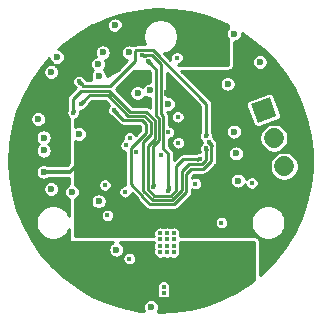
<source format=gbr>
%TF.GenerationSoftware,KiCad,Pcbnew,(5.1.5)-3*%
%TF.CreationDate,2021-08-14T21:38:10+08:00*%
%TF.ProjectId,STM32_FOC,53544d33-325f-4464-9f43-2e6b69636164,rev?*%
%TF.SameCoordinates,Original*%
%TF.FileFunction,Copper,L3,Inr*%
%TF.FilePolarity,Positive*%
%FSLAX46Y46*%
G04 Gerber Fmt 4.6, Leading zero omitted, Abs format (unit mm)*
G04 Created by KiCad (PCBNEW (5.1.5)-3) date 2021-08-14 21:38:10*
%MOMM*%
%LPD*%
G04 APERTURE LIST*
%TA.AperFunction,ViaPad*%
%ADD10C,1.700000*%
%TD*%
%TA.AperFunction,ViaPad*%
%ADD11C,0.100000*%
%TD*%
%TA.AperFunction,ViaPad*%
%ADD12C,0.400000*%
%TD*%
%TA.AperFunction,ViaPad*%
%ADD13C,0.600000*%
%TD*%
%TA.AperFunction,ViaPad*%
%ADD14C,0.800000*%
%TD*%
%TA.AperFunction,Conductor*%
%ADD15C,0.300000*%
%TD*%
%TA.AperFunction,Conductor*%
%ADD16C,0.250000*%
%TD*%
%TA.AperFunction,Conductor*%
%ADD17C,0.254000*%
%TD*%
%TA.AperFunction,Conductor*%
%ADD18C,0.025400*%
%TD*%
G04 APERTURE END LIST*
D10*
%TO.N,W*%
%TO.C,J3*%
X110457462Y-100493639D02*
X110457462Y-100493639D01*
%TO.N,V*%
X109588731Y-98106819D02*
X109588731Y-98106819D01*
%TA.AperFunction,ViaPad*%
D11*
%TO.N,U*%
G36*
X109228022Y-94630544D02*
G01*
X109809456Y-96228022D01*
X108211978Y-96809456D01*
X107630544Y-95211978D01*
X109228022Y-94630544D01*
G37*
%TD.AperFunction*%
%TD*%
D12*
%TO.N,GND*%
X99950000Y-106650000D03*
X99950000Y-106150000D03*
X101100000Y-106150000D03*
X100550000Y-106150000D03*
X101100000Y-106650000D03*
X101100000Y-107200000D03*
X101100000Y-107750000D03*
X100550000Y-106650000D03*
X100550000Y-107200000D03*
X100550000Y-107750000D03*
X99950000Y-107750000D03*
X99950000Y-107200000D03*
D13*
X89650000Y-96500000D03*
X90750000Y-92500000D03*
X91250000Y-91250000D03*
X94700000Y-91850000D03*
X98050000Y-94300000D03*
X106200000Y-89250000D03*
X108400000Y-91650000D03*
X106200000Y-97550000D03*
X106550000Y-101700000D03*
X106400000Y-99400000D03*
X93100000Y-97750000D03*
X96150000Y-88550000D03*
X97320797Y-90849653D03*
D12*
X100000000Y-99500006D03*
X101450000Y-96300000D03*
D13*
X90100000Y-98049990D03*
D12*
X97350000Y-108300000D03*
X95500000Y-104650000D03*
X102950000Y-101950000D03*
D13*
X99200000Y-112400002D03*
X90110000Y-99149990D03*
X90750000Y-102400000D03*
X100616971Y-95203340D03*
%TO.N,+3V3*%
X110800000Y-95250000D03*
X96000000Y-97250000D03*
X100575010Y-94300000D03*
D12*
X98000000Y-95400000D03*
X96950000Y-94650000D03*
D13*
X94750000Y-92850000D03*
X95100000Y-90850000D03*
X90100000Y-100950000D03*
X104100000Y-101850000D03*
X98095000Y-97300000D03*
%TO.N,Net-(C9-Pad2)*%
X105675010Y-93500000D03*
D12*
%TO.N,V*%
X100252580Y-110702580D03*
X100250000Y-111250000D03*
D13*
%TO.N,USART2_RX*%
X94750000Y-103450000D03*
%TO.N,USART2_TX*%
X96250002Y-107550002D03*
D12*
%TO.N,SWCLK*%
X101400000Y-91300000D03*
%TO.N,SWDIO*%
X105150000Y-105250000D03*
D14*
%TO.N,+12V*%
X87900000Y-99850000D03*
X87950000Y-100800000D03*
X88950000Y-100800000D03*
D13*
X94050000Y-110450000D03*
X94100000Y-111200000D03*
X94800000Y-110450000D03*
X105500000Y-109450000D03*
X94800000Y-111200000D03*
X102450000Y-89600000D03*
X106000000Y-108600024D03*
D12*
X102450000Y-90200000D03*
D13*
X104600020Y-91650000D03*
D14*
X88950004Y-99900000D03*
D13*
%TO.N,Net-(JP1-Pad2)*%
X99100000Y-94050000D03*
D12*
%TO.N,I2C1_SCL*%
X99374069Y-102255820D03*
X98900000Y-91550000D03*
%TO.N,I2C1_SDA*%
X98400000Y-91100002D03*
X100650000Y-102549989D03*
%TO.N,EN1*%
X97000000Y-102650000D03*
D13*
X92500006Y-102650000D03*
D12*
%TO.N,SPI2_MOSI*%
X103850000Y-97950000D03*
X93100000Y-93300000D03*
%TO.N,SPI2_MISO*%
X104100000Y-98450000D03*
X96050000Y-95750000D03*
%TO.N,SPI2_SCK*%
X103850000Y-98950000D03*
X93250000Y-95200000D03*
%TO.N,SPI2_CS*%
X103300000Y-99875001D03*
X92599479Y-95950521D03*
%TO.N,CS*%
X97375010Y-98100000D03*
%TO.N,SCK*%
X97099998Y-98700000D03*
%TO.N,MISO*%
X100650528Y-97600528D03*
%TO.N,MOSI*%
X97950026Y-99250000D03*
%TO.N,A*%
X95284803Y-102071264D03*
%TO.N,B*%
X101500000Y-98500000D03*
%TO.N,Z*%
X107724979Y-101900000D03*
%TD*%
D15*
%TO.N,+3V3*%
X96050000Y-97300000D02*
X96000000Y-97250000D01*
X98095000Y-97300000D02*
X96050000Y-97300000D01*
X92300000Y-100950000D02*
X96000000Y-97250000D01*
X90100000Y-100950000D02*
X92300000Y-100950000D01*
D16*
X104100000Y-101425736D02*
X104100000Y-101850000D01*
X105300000Y-100225736D02*
X104100000Y-101425736D01*
X110800000Y-94850000D02*
X109150000Y-93200000D01*
X110800000Y-95250000D02*
X110800000Y-94850000D01*
X109150000Y-93200000D02*
X108000000Y-93200000D01*
X108000000Y-93200000D02*
X105300000Y-95900000D01*
X105300000Y-95900000D02*
X105300000Y-100225736D01*
D15*
%TO.N,+12V*%
X103249999Y-111700001D02*
X95300001Y-111700001D01*
X105500000Y-109450000D02*
X103249999Y-111700001D01*
X95300001Y-111700001D02*
X95099999Y-111499999D01*
X95099999Y-111499999D02*
X94800000Y-111200000D01*
X94750000Y-89600000D02*
X88950004Y-95399996D01*
X100400000Y-87550000D02*
X98100000Y-87550000D01*
X88950004Y-95399996D02*
X88950004Y-99334315D01*
X88950004Y-99334315D02*
X88950004Y-99900000D01*
X98100000Y-87550000D02*
X96050000Y-89600000D01*
X102450000Y-89600000D02*
X100400000Y-87550000D01*
X96050000Y-89600000D02*
X94750000Y-89600000D01*
D16*
%TO.N,I2C1_SCL*%
X99374069Y-102255820D02*
X99374069Y-98765911D01*
X99850021Y-98289957D02*
X99850020Y-96410040D01*
X99374069Y-98765911D02*
X99850021Y-98289957D01*
X99649989Y-96210009D02*
X99649989Y-92299989D01*
X99099999Y-91749999D02*
X98900000Y-91550000D01*
X99850020Y-96410040D02*
X99649989Y-96210009D01*
X99649989Y-92299989D02*
X99099999Y-91749999D01*
%TO.N,I2C1_SDA*%
X100650000Y-99420998D02*
X100650000Y-102267147D01*
X99279004Y-91100002D02*
X100000000Y-91820998D01*
X100200030Y-98971028D02*
X100650000Y-99420998D01*
X98400000Y-91100002D02*
X99279004Y-91100002D01*
X100000000Y-96065030D02*
X100200030Y-96265062D01*
X100650000Y-102267147D02*
X100650000Y-102549989D01*
X100000000Y-91820998D02*
X100000000Y-96065030D01*
X100200030Y-96265062D02*
X100200030Y-98971028D01*
%TO.N,SPI2_MOSI*%
X97845798Y-90754202D02*
X97845798Y-91554202D01*
X99348991Y-90675001D02*
X97924999Y-90675001D01*
X97924999Y-90675001D02*
X97845798Y-90754202D01*
X103850000Y-97950000D02*
X103850000Y-95176010D01*
X103850000Y-95176010D02*
X99348991Y-90675001D01*
X97845798Y-91554202D02*
X95750000Y-93650000D01*
X93450000Y-93650000D02*
X93100000Y-93300000D01*
X95750000Y-93650000D02*
X93450000Y-93650000D01*
%TO.N,SPI2_MISO*%
X96249999Y-95949999D02*
X96050000Y-95750000D01*
X96850000Y-96550000D02*
X96249999Y-95949999D01*
X98450000Y-96550000D02*
X96850000Y-96550000D01*
X97525025Y-102025754D02*
X97525025Y-98924975D01*
X98550000Y-103050729D02*
X97525025Y-102025754D01*
X98550000Y-103150000D02*
X98550000Y-103050729D01*
X99075021Y-103675021D02*
X98550000Y-103150000D01*
X102150008Y-102699992D02*
X101174979Y-103675021D01*
X102150008Y-101150008D02*
X102150008Y-102699992D01*
X102150000Y-101150000D02*
X102150008Y-101150008D01*
X102600000Y-100700000D02*
X102150000Y-101150000D01*
X98800000Y-96900000D02*
X98450000Y-96550000D01*
X101174979Y-103675021D02*
X99075021Y-103675021D01*
X98800000Y-97650000D02*
X98800000Y-96900000D01*
X103600000Y-100700000D02*
X102600000Y-100700000D01*
X97525025Y-98924975D02*
X98800000Y-97650000D01*
X104299999Y-100000001D02*
X103600000Y-100700000D01*
X104100000Y-98450000D02*
X104299999Y-98649999D01*
X104299999Y-98649999D02*
X104299999Y-100000001D01*
%TO.N,SPI2_SCK*%
X93449999Y-95000001D02*
X93250000Y-95200000D01*
X98550000Y-102555739D02*
X98550000Y-98394990D01*
X101799997Y-102523993D02*
X100998980Y-103325010D01*
X98550000Y-98394990D02*
X99150011Y-97794979D01*
X99150011Y-97794979D02*
X99150010Y-96755020D01*
X99150010Y-96755020D02*
X98594979Y-96199989D01*
X98594979Y-96199989D02*
X97277003Y-96199989D01*
X100998980Y-103325010D02*
X99319269Y-103325010D01*
X97277003Y-96199989D02*
X95527014Y-94450000D01*
X103504001Y-100300002D02*
X102400002Y-100300002D01*
X103850000Y-98950000D02*
X103850000Y-99954003D01*
X94000000Y-94450000D02*
X93449999Y-95000001D01*
X102400002Y-100300002D02*
X101799997Y-100900007D01*
X101799997Y-100900007D02*
X101799997Y-102523993D01*
X95527014Y-94450000D02*
X94000000Y-94450000D01*
X99319269Y-103325010D02*
X98550000Y-102555739D01*
X103850000Y-99954003D02*
X103504001Y-100300002D01*
%TO.N,SPI2_CS*%
X97421982Y-95849978D02*
X95671993Y-94099989D01*
X95671993Y-94099989D02*
X93255020Y-94099990D01*
X93255020Y-94099990D02*
X92599479Y-94755531D01*
X100854001Y-102974999D02*
X99464248Y-102974999D01*
X99500020Y-98144970D02*
X99500020Y-96610040D01*
X92599479Y-94755531D02*
X92599479Y-95667679D01*
X98739958Y-95849978D02*
X97421982Y-95849978D01*
X98900011Y-102410761D02*
X98900011Y-98744979D01*
X99464248Y-102974999D02*
X98900011Y-102410761D01*
X101350000Y-102479000D02*
X100854001Y-102974999D01*
X101924999Y-99875001D02*
X101350000Y-100450000D01*
X98900011Y-98744979D02*
X99500020Y-98144970D01*
X99500020Y-96610040D02*
X98739958Y-95849978D01*
X103300000Y-99875001D02*
X101924999Y-99875001D01*
X92599479Y-95667679D02*
X92599479Y-95950521D01*
X101350000Y-100450000D02*
X101350000Y-102479000D01*
%TD*%
D17*
%TO.N,+12V*%
G36*
X101058585Y-87224783D02*
G01*
X102457539Y-87418773D01*
X103826661Y-87765482D01*
X105149334Y-88260702D01*
X105673000Y-88525707D01*
X105673000Y-88813921D01*
X105671033Y-88815888D01*
X105596506Y-88927426D01*
X105545171Y-89051360D01*
X105519000Y-89182927D01*
X105519000Y-89317073D01*
X105545171Y-89448640D01*
X105596506Y-89572574D01*
X105671033Y-89684112D01*
X105673000Y-89686079D01*
X105673000Y-91873000D01*
X101497441Y-91873000D01*
X101569471Y-91858672D01*
X101675207Y-91814875D01*
X101770366Y-91751292D01*
X101851292Y-91670366D01*
X101914875Y-91575207D01*
X101958672Y-91469471D01*
X101981000Y-91357223D01*
X101981000Y-91242777D01*
X101958672Y-91130529D01*
X101914875Y-91024793D01*
X101851292Y-90929634D01*
X101770366Y-90848708D01*
X101675207Y-90785125D01*
X101569471Y-90741328D01*
X101457223Y-90719000D01*
X101342777Y-90719000D01*
X101230529Y-90741328D01*
X101124793Y-90785125D01*
X101029634Y-90848708D01*
X100948708Y-90929634D01*
X100885125Y-91024793D01*
X100841328Y-91130529D01*
X100819000Y-91242777D01*
X100819000Y-91357223D01*
X100836927Y-91447346D01*
X100323002Y-90933421D01*
X100428460Y-90912444D01*
X100695782Y-90801716D01*
X100936364Y-90640963D01*
X101140963Y-90436364D01*
X101301716Y-90195782D01*
X101412444Y-89928460D01*
X101468893Y-89644673D01*
X101468893Y-89355327D01*
X101412444Y-89071540D01*
X101301716Y-88804218D01*
X101140963Y-88563636D01*
X100936364Y-88359037D01*
X100695782Y-88198284D01*
X100428460Y-88087556D01*
X100144673Y-88031107D01*
X99855327Y-88031107D01*
X99571540Y-88087556D01*
X99304218Y-88198284D01*
X99063636Y-88359037D01*
X98859037Y-88563636D01*
X98698284Y-88804218D01*
X98587556Y-89071540D01*
X98531107Y-89355327D01*
X98531107Y-89644673D01*
X98587556Y-89928460D01*
X98687191Y-90169001D01*
X97949844Y-90169001D01*
X97924998Y-90166554D01*
X97900152Y-90169001D01*
X97900145Y-90169001D01*
X97825806Y-90176323D01*
X97730424Y-90205256D01*
X97648051Y-90249286D01*
X97643371Y-90246159D01*
X97519437Y-90194824D01*
X97387870Y-90168653D01*
X97253724Y-90168653D01*
X97122157Y-90194824D01*
X96998223Y-90246159D01*
X96886685Y-90320686D01*
X96791830Y-90415541D01*
X96717303Y-90527079D01*
X96665968Y-90651013D01*
X96639797Y-90782580D01*
X96639797Y-90916726D01*
X96665968Y-91048293D01*
X96717303Y-91172227D01*
X96791830Y-91283765D01*
X96886685Y-91378620D01*
X96998223Y-91453147D01*
X97122157Y-91504482D01*
X97170341Y-91514067D01*
X96390202Y-92294206D01*
X95431000Y-92813774D01*
X95431000Y-92782927D01*
X95404829Y-92651360D01*
X95353494Y-92527426D01*
X95278967Y-92415888D01*
X95188079Y-92325000D01*
X95228967Y-92284112D01*
X95303494Y-92172574D01*
X95354829Y-92048640D01*
X95381000Y-91917073D01*
X95381000Y-91782927D01*
X95354829Y-91651360D01*
X95303494Y-91527426D01*
X95289597Y-91506628D01*
X95298640Y-91504829D01*
X95422574Y-91453494D01*
X95534112Y-91378967D01*
X95628967Y-91284112D01*
X95703494Y-91172574D01*
X95754829Y-91048640D01*
X95781000Y-90917073D01*
X95781000Y-90782927D01*
X95754829Y-90651360D01*
X95703494Y-90527426D01*
X95628967Y-90415888D01*
X95534112Y-90321033D01*
X95422574Y-90246506D01*
X95298640Y-90195171D01*
X95167073Y-90169000D01*
X95032927Y-90169000D01*
X94901360Y-90195171D01*
X94777426Y-90246506D01*
X94665888Y-90321033D01*
X94571033Y-90415888D01*
X94496506Y-90527426D01*
X94445171Y-90651360D01*
X94419000Y-90782927D01*
X94419000Y-90917073D01*
X94445171Y-91048640D01*
X94496506Y-91172574D01*
X94510403Y-91193372D01*
X94501360Y-91195171D01*
X94377426Y-91246506D01*
X94265888Y-91321033D01*
X94171033Y-91415888D01*
X94096506Y-91527426D01*
X94045171Y-91651360D01*
X94019000Y-91782927D01*
X94019000Y-91917073D01*
X94045171Y-92048640D01*
X94096506Y-92172574D01*
X94171033Y-92284112D01*
X94261921Y-92375000D01*
X94221033Y-92415888D01*
X94146506Y-92527426D01*
X94095171Y-92651360D01*
X94069000Y-92782927D01*
X94069000Y-92917073D01*
X94095171Y-93048640D01*
X94134670Y-93144000D01*
X93663860Y-93144000D01*
X93661562Y-93140943D01*
X93661105Y-93140246D01*
X93660892Y-93139866D01*
X93660271Y-93138567D01*
X93658672Y-93130529D01*
X93614875Y-93024793D01*
X93551292Y-92929634D01*
X93470366Y-92848708D01*
X93375207Y-92785125D01*
X93269471Y-92741328D01*
X93157223Y-92719000D01*
X93042777Y-92719000D01*
X92930529Y-92741328D01*
X92824793Y-92785125D01*
X92729634Y-92848708D01*
X92648708Y-92929634D01*
X92585125Y-93024793D01*
X92541328Y-93130529D01*
X92519000Y-93242777D01*
X92519000Y-93357223D01*
X92541328Y-93469471D01*
X92585125Y-93575207D01*
X92648708Y-93670366D01*
X92729634Y-93751292D01*
X92824643Y-93814775D01*
X92259264Y-94380155D01*
X92239952Y-94396004D01*
X92176720Y-94473052D01*
X92129734Y-94560957D01*
X92100801Y-94656339D01*
X92093479Y-94730678D01*
X92093479Y-94730685D01*
X92091032Y-94755531D01*
X92093479Y-94780378D01*
X92093480Y-95549629D01*
X92093322Y-95591016D01*
X92092771Y-95622667D01*
X92091829Y-95645157D01*
X92090733Y-95658878D01*
X92089907Y-95665120D01*
X92089595Y-95666693D01*
X92089399Y-95667418D01*
X92088885Y-95668907D01*
X92084604Y-95675314D01*
X92040807Y-95781050D01*
X92018479Y-95893298D01*
X92018479Y-96007744D01*
X92040807Y-96119992D01*
X92084604Y-96225728D01*
X92148187Y-96320887D01*
X92229113Y-96401813D01*
X92273000Y-96431137D01*
X92273000Y-100226054D01*
X92080054Y-100419000D01*
X90531069Y-100419000D01*
X90422574Y-100346506D01*
X90298640Y-100295171D01*
X90167073Y-100269000D01*
X90032927Y-100269000D01*
X89901360Y-100295171D01*
X89777426Y-100346506D01*
X89665888Y-100421033D01*
X89571033Y-100515888D01*
X89496506Y-100627426D01*
X89445171Y-100751360D01*
X89419000Y-100882927D01*
X89419000Y-101017073D01*
X89445171Y-101148640D01*
X89496506Y-101272574D01*
X89571033Y-101384112D01*
X89665888Y-101478967D01*
X89777426Y-101553494D01*
X89901360Y-101604829D01*
X90032927Y-101631000D01*
X90167073Y-101631000D01*
X90298640Y-101604829D01*
X90422574Y-101553494D01*
X90531069Y-101481000D01*
X92273000Y-101481000D01*
X92273000Y-102006921D01*
X92177432Y-102046506D01*
X92065894Y-102121033D01*
X91971039Y-102215888D01*
X91896512Y-102327426D01*
X91845177Y-102451360D01*
X91819006Y-102582927D01*
X91819006Y-102717073D01*
X91845177Y-102848640D01*
X91896512Y-102972574D01*
X91971039Y-103084112D01*
X92065894Y-103178967D01*
X92177432Y-103253494D01*
X92273000Y-103293079D01*
X92273000Y-104726313D01*
X92201716Y-104554218D01*
X92040963Y-104313636D01*
X91836364Y-104109037D01*
X91595782Y-103948284D01*
X91328460Y-103837556D01*
X91044673Y-103781107D01*
X90755327Y-103781107D01*
X90471540Y-103837556D01*
X90204218Y-103948284D01*
X89963636Y-104109037D01*
X89759037Y-104313636D01*
X89598284Y-104554218D01*
X89487556Y-104821540D01*
X89431107Y-105105327D01*
X89431107Y-105394673D01*
X89487556Y-105678460D01*
X89598284Y-105945782D01*
X89759037Y-106186364D01*
X89963636Y-106390963D01*
X90204218Y-106551716D01*
X90471540Y-106662444D01*
X90755327Y-106718893D01*
X91044673Y-106718893D01*
X91328460Y-106662444D01*
X91595782Y-106551716D01*
X91836364Y-106390963D01*
X92040963Y-106186364D01*
X92201716Y-105945782D01*
X92273000Y-105773687D01*
X92273000Y-106800000D01*
X92275440Y-106824776D01*
X92282667Y-106848601D01*
X92294403Y-106870557D01*
X92310197Y-106889803D01*
X92329443Y-106905597D01*
X92351399Y-106917333D01*
X92375224Y-106924560D01*
X92400000Y-106927000D01*
X95974525Y-106927000D01*
X95927428Y-106946508D01*
X95815890Y-107021035D01*
X95721035Y-107115890D01*
X95646508Y-107227428D01*
X95595173Y-107351362D01*
X95569002Y-107482929D01*
X95569002Y-107617075D01*
X95595173Y-107748642D01*
X95646508Y-107872576D01*
X95721035Y-107984114D01*
X95815890Y-108078969D01*
X95927428Y-108153496D01*
X96051362Y-108204831D01*
X96182929Y-108231002D01*
X96317075Y-108231002D01*
X96448642Y-108204831D01*
X96572576Y-108153496D01*
X96684114Y-108078969D01*
X96778969Y-107984114D01*
X96853496Y-107872576D01*
X96904831Y-107748642D01*
X96931002Y-107617075D01*
X96931002Y-107482929D01*
X96904831Y-107351362D01*
X96853496Y-107227428D01*
X96778969Y-107115890D01*
X96684114Y-107021035D01*
X96572576Y-106946508D01*
X96525479Y-106927000D01*
X99434211Y-106927000D01*
X99391328Y-107030529D01*
X99369000Y-107142777D01*
X99369000Y-107257223D01*
X99391328Y-107369471D01*
X99435039Y-107475000D01*
X99391328Y-107580529D01*
X99369000Y-107692777D01*
X99369000Y-107807223D01*
X99391328Y-107919471D01*
X99435125Y-108025207D01*
X99498708Y-108120366D01*
X99579634Y-108201292D01*
X99674793Y-108264875D01*
X99780529Y-108308672D01*
X99892777Y-108331000D01*
X100007223Y-108331000D01*
X100119471Y-108308672D01*
X100225207Y-108264875D01*
X100250000Y-108248309D01*
X100274793Y-108264875D01*
X100380529Y-108308672D01*
X100492777Y-108331000D01*
X100607223Y-108331000D01*
X100719471Y-108308672D01*
X100825000Y-108264961D01*
X100930529Y-108308672D01*
X101042777Y-108331000D01*
X101157223Y-108331000D01*
X101269471Y-108308672D01*
X101375207Y-108264875D01*
X101470366Y-108201292D01*
X101551292Y-108120366D01*
X101614875Y-108025207D01*
X101658672Y-107919471D01*
X101681000Y-107807223D01*
X101681000Y-107692777D01*
X101658672Y-107580529D01*
X101614961Y-107475000D01*
X101658672Y-107369471D01*
X101681000Y-107257223D01*
X101681000Y-107142777D01*
X101658672Y-107030529D01*
X101615789Y-106927000D01*
X107873000Y-106927000D01*
X107873000Y-110097569D01*
X107591864Y-110329103D01*
X106409500Y-111101580D01*
X105149334Y-111739298D01*
X103826661Y-112234518D01*
X102457539Y-112581227D01*
X101058585Y-112775217D01*
X99744110Y-112811450D01*
X99803494Y-112722576D01*
X99854829Y-112598642D01*
X99881000Y-112467075D01*
X99881000Y-112332929D01*
X99854829Y-112201362D01*
X99803494Y-112077428D01*
X99728967Y-111965890D01*
X99634112Y-111871035D01*
X99522574Y-111796508D01*
X99398640Y-111745173D01*
X99267073Y-111719002D01*
X99132927Y-111719002D01*
X99001360Y-111745173D01*
X98877426Y-111796508D01*
X98765888Y-111871035D01*
X98671033Y-111965890D01*
X98596506Y-112077428D01*
X98545171Y-112201362D01*
X98519000Y-112332929D01*
X98519000Y-112467075D01*
X98545171Y-112598642D01*
X98596506Y-112722576D01*
X98599709Y-112727370D01*
X98239265Y-112697503D01*
X96853122Y-112426742D01*
X95505177Y-112005138D01*
X94211794Y-111437807D01*
X93787390Y-111192777D01*
X99669000Y-111192777D01*
X99669000Y-111307223D01*
X99691328Y-111419471D01*
X99735125Y-111525207D01*
X99798708Y-111620366D01*
X99879634Y-111701292D01*
X99974793Y-111764875D01*
X100080529Y-111808672D01*
X100192777Y-111831000D01*
X100307223Y-111831000D01*
X100419471Y-111808672D01*
X100525207Y-111764875D01*
X100620366Y-111701292D01*
X100701292Y-111620366D01*
X100764875Y-111525207D01*
X100808672Y-111419471D01*
X100831000Y-111307223D01*
X100831000Y-111192777D01*
X100808672Y-111080529D01*
X100766628Y-110979025D01*
X100767455Y-110977787D01*
X100811252Y-110872051D01*
X100833580Y-110759803D01*
X100833580Y-110645357D01*
X100811252Y-110533109D01*
X100767455Y-110427373D01*
X100703872Y-110332214D01*
X100622946Y-110251288D01*
X100527787Y-110187705D01*
X100422051Y-110143908D01*
X100309803Y-110121580D01*
X100195357Y-110121580D01*
X100083109Y-110143908D01*
X99977373Y-110187705D01*
X99882214Y-110251288D01*
X99801288Y-110332214D01*
X99737705Y-110427373D01*
X99693908Y-110533109D01*
X99671580Y-110645357D01*
X99671580Y-110759803D01*
X99693908Y-110872051D01*
X99735952Y-110973555D01*
X99735125Y-110974793D01*
X99691328Y-111080529D01*
X99669000Y-111192777D01*
X93787390Y-111192777D01*
X92988672Y-110731637D01*
X91850657Y-109895200D01*
X90811565Y-108938648D01*
X90205531Y-108242777D01*
X96769000Y-108242777D01*
X96769000Y-108357223D01*
X96791328Y-108469471D01*
X96835125Y-108575207D01*
X96898708Y-108670366D01*
X96979634Y-108751292D01*
X97074793Y-108814875D01*
X97180529Y-108858672D01*
X97292777Y-108881000D01*
X97407223Y-108881000D01*
X97519471Y-108858672D01*
X97625207Y-108814875D01*
X97720366Y-108751292D01*
X97801292Y-108670366D01*
X97864875Y-108575207D01*
X97908672Y-108469471D01*
X97931000Y-108357223D01*
X97931000Y-108242777D01*
X97908672Y-108130529D01*
X97864875Y-108024793D01*
X97801292Y-107929634D01*
X97720366Y-107848708D01*
X97625207Y-107785125D01*
X97519471Y-107741328D01*
X97407223Y-107719000D01*
X97292777Y-107719000D01*
X97180529Y-107741328D01*
X97074793Y-107785125D01*
X96979634Y-107848708D01*
X96898708Y-107929634D01*
X96835125Y-108024793D01*
X96791328Y-108130529D01*
X96769000Y-108242777D01*
X90205531Y-108242777D01*
X89884008Y-107873593D01*
X89079245Y-106712963D01*
X88407046Y-105470847D01*
X87875569Y-104162322D01*
X87491266Y-102803273D01*
X87412780Y-102332927D01*
X90069000Y-102332927D01*
X90069000Y-102467073D01*
X90095171Y-102598640D01*
X90146506Y-102722574D01*
X90221033Y-102834112D01*
X90315888Y-102928967D01*
X90427426Y-103003494D01*
X90551360Y-103054829D01*
X90682927Y-103081000D01*
X90817073Y-103081000D01*
X90948640Y-103054829D01*
X91072574Y-103003494D01*
X91184112Y-102928967D01*
X91278967Y-102834112D01*
X91353494Y-102722574D01*
X91404829Y-102598640D01*
X91431000Y-102467073D01*
X91431000Y-102332927D01*
X91404829Y-102201360D01*
X91353494Y-102077426D01*
X91278967Y-101965888D01*
X91184112Y-101871033D01*
X91072574Y-101796506D01*
X90948640Y-101745171D01*
X90817073Y-101719000D01*
X90682927Y-101719000D01*
X90551360Y-101745171D01*
X90427426Y-101796506D01*
X90315888Y-101871033D01*
X90221033Y-101965888D01*
X90146506Y-102077426D01*
X90095171Y-102201360D01*
X90069000Y-102332927D01*
X87412780Y-102332927D01*
X87258803Y-101410195D01*
X87181000Y-100000000D01*
X87258803Y-98589805D01*
X87360074Y-97982917D01*
X89419000Y-97982917D01*
X89419000Y-98117063D01*
X89445171Y-98248630D01*
X89496506Y-98372564D01*
X89571033Y-98484102D01*
X89665888Y-98578957D01*
X89702366Y-98603331D01*
X89675888Y-98621023D01*
X89581033Y-98715878D01*
X89506506Y-98827416D01*
X89455171Y-98951350D01*
X89429000Y-99082917D01*
X89429000Y-99217063D01*
X89455171Y-99348630D01*
X89506506Y-99472564D01*
X89581033Y-99584102D01*
X89675888Y-99678957D01*
X89787426Y-99753484D01*
X89911360Y-99804819D01*
X90042927Y-99830990D01*
X90177073Y-99830990D01*
X90308640Y-99804819D01*
X90432574Y-99753484D01*
X90544112Y-99678957D01*
X90638967Y-99584102D01*
X90713494Y-99472564D01*
X90764829Y-99348630D01*
X90791000Y-99217063D01*
X90791000Y-99082917D01*
X90764829Y-98951350D01*
X90713494Y-98827416D01*
X90638967Y-98715878D01*
X90544112Y-98621023D01*
X90507634Y-98596649D01*
X90534112Y-98578957D01*
X90628967Y-98484102D01*
X90703494Y-98372564D01*
X90754829Y-98248630D01*
X90781000Y-98117063D01*
X90781000Y-97982917D01*
X90754829Y-97851350D01*
X90703494Y-97727416D01*
X90628967Y-97615878D01*
X90534112Y-97521023D01*
X90422574Y-97446496D01*
X90298640Y-97395161D01*
X90167073Y-97368990D01*
X90032927Y-97368990D01*
X89901360Y-97395161D01*
X89777426Y-97446496D01*
X89665888Y-97521023D01*
X89571033Y-97615878D01*
X89496506Y-97727416D01*
X89445171Y-97851350D01*
X89419000Y-97982917D01*
X87360074Y-97982917D01*
X87491266Y-97196727D01*
X87707248Y-96432927D01*
X88969000Y-96432927D01*
X88969000Y-96567073D01*
X88995171Y-96698640D01*
X89046506Y-96822574D01*
X89121033Y-96934112D01*
X89215888Y-97028967D01*
X89327426Y-97103494D01*
X89451360Y-97154829D01*
X89582927Y-97181000D01*
X89717073Y-97181000D01*
X89848640Y-97154829D01*
X89972574Y-97103494D01*
X90084112Y-97028967D01*
X90178967Y-96934112D01*
X90253494Y-96822574D01*
X90304829Y-96698640D01*
X90331000Y-96567073D01*
X90331000Y-96432927D01*
X90304829Y-96301360D01*
X90253494Y-96177426D01*
X90178967Y-96065888D01*
X90084112Y-95971033D01*
X89972574Y-95896506D01*
X89848640Y-95845171D01*
X89717073Y-95819000D01*
X89582927Y-95819000D01*
X89451360Y-95845171D01*
X89327426Y-95896506D01*
X89215888Y-95971033D01*
X89121033Y-96065888D01*
X89046506Y-96177426D01*
X88995171Y-96301360D01*
X88969000Y-96432927D01*
X87707248Y-96432927D01*
X87875569Y-95837678D01*
X88407046Y-94529153D01*
X89079245Y-93287037D01*
X89884008Y-92126407D01*
X90572692Y-91335635D01*
X90595171Y-91448640D01*
X90646506Y-91572574D01*
X90721033Y-91684112D01*
X90815888Y-91778967D01*
X90900697Y-91835634D01*
X90817073Y-91819000D01*
X90682927Y-91819000D01*
X90551360Y-91845171D01*
X90427426Y-91896506D01*
X90315888Y-91971033D01*
X90221033Y-92065888D01*
X90146506Y-92177426D01*
X90095171Y-92301360D01*
X90069000Y-92432927D01*
X90069000Y-92567073D01*
X90095171Y-92698640D01*
X90146506Y-92822574D01*
X90221033Y-92934112D01*
X90315888Y-93028967D01*
X90427426Y-93103494D01*
X90551360Y-93154829D01*
X90682927Y-93181000D01*
X90817073Y-93181000D01*
X90948640Y-93154829D01*
X91072574Y-93103494D01*
X91184112Y-93028967D01*
X91278967Y-92934112D01*
X91353494Y-92822574D01*
X91404829Y-92698640D01*
X91431000Y-92567073D01*
X91431000Y-92432927D01*
X91404829Y-92301360D01*
X91353494Y-92177426D01*
X91278967Y-92065888D01*
X91184112Y-91971033D01*
X91099303Y-91914366D01*
X91182927Y-91931000D01*
X91317073Y-91931000D01*
X91448640Y-91904829D01*
X91572574Y-91853494D01*
X91684112Y-91778967D01*
X91778967Y-91684112D01*
X91853494Y-91572574D01*
X91904829Y-91448640D01*
X91931000Y-91317073D01*
X91931000Y-91182927D01*
X91904829Y-91051360D01*
X91853494Y-90927426D01*
X91778967Y-90815888D01*
X91684112Y-90721033D01*
X91572574Y-90646506D01*
X91448640Y-90595171D01*
X91341190Y-90573797D01*
X91850657Y-90104800D01*
X92988672Y-89268363D01*
X94211794Y-88562193D01*
X94392502Y-88482927D01*
X95469000Y-88482927D01*
X95469000Y-88617073D01*
X95495171Y-88748640D01*
X95546506Y-88872574D01*
X95621033Y-88984112D01*
X95715888Y-89078967D01*
X95827426Y-89153494D01*
X95951360Y-89204829D01*
X96082927Y-89231000D01*
X96217073Y-89231000D01*
X96348640Y-89204829D01*
X96472574Y-89153494D01*
X96584112Y-89078967D01*
X96678967Y-88984112D01*
X96753494Y-88872574D01*
X96804829Y-88748640D01*
X96831000Y-88617073D01*
X96831000Y-88482927D01*
X96804829Y-88351360D01*
X96753494Y-88227426D01*
X96678967Y-88115888D01*
X96584112Y-88021033D01*
X96472574Y-87946506D01*
X96348640Y-87895171D01*
X96217073Y-87869000D01*
X96082927Y-87869000D01*
X95951360Y-87895171D01*
X95827426Y-87946506D01*
X95715888Y-88021033D01*
X95621033Y-88115888D01*
X95546506Y-88227426D01*
X95495171Y-88351360D01*
X95469000Y-88482927D01*
X94392502Y-88482927D01*
X95505177Y-87994862D01*
X96853122Y-87573258D01*
X98239265Y-87302497D01*
X99646781Y-87185867D01*
X101058585Y-87224783D01*
G37*
X101058585Y-87224783D02*
X102457539Y-87418773D01*
X103826661Y-87765482D01*
X105149334Y-88260702D01*
X105673000Y-88525707D01*
X105673000Y-88813921D01*
X105671033Y-88815888D01*
X105596506Y-88927426D01*
X105545171Y-89051360D01*
X105519000Y-89182927D01*
X105519000Y-89317073D01*
X105545171Y-89448640D01*
X105596506Y-89572574D01*
X105671033Y-89684112D01*
X105673000Y-89686079D01*
X105673000Y-91873000D01*
X101497441Y-91873000D01*
X101569471Y-91858672D01*
X101675207Y-91814875D01*
X101770366Y-91751292D01*
X101851292Y-91670366D01*
X101914875Y-91575207D01*
X101958672Y-91469471D01*
X101981000Y-91357223D01*
X101981000Y-91242777D01*
X101958672Y-91130529D01*
X101914875Y-91024793D01*
X101851292Y-90929634D01*
X101770366Y-90848708D01*
X101675207Y-90785125D01*
X101569471Y-90741328D01*
X101457223Y-90719000D01*
X101342777Y-90719000D01*
X101230529Y-90741328D01*
X101124793Y-90785125D01*
X101029634Y-90848708D01*
X100948708Y-90929634D01*
X100885125Y-91024793D01*
X100841328Y-91130529D01*
X100819000Y-91242777D01*
X100819000Y-91357223D01*
X100836927Y-91447346D01*
X100323002Y-90933421D01*
X100428460Y-90912444D01*
X100695782Y-90801716D01*
X100936364Y-90640963D01*
X101140963Y-90436364D01*
X101301716Y-90195782D01*
X101412444Y-89928460D01*
X101468893Y-89644673D01*
X101468893Y-89355327D01*
X101412444Y-89071540D01*
X101301716Y-88804218D01*
X101140963Y-88563636D01*
X100936364Y-88359037D01*
X100695782Y-88198284D01*
X100428460Y-88087556D01*
X100144673Y-88031107D01*
X99855327Y-88031107D01*
X99571540Y-88087556D01*
X99304218Y-88198284D01*
X99063636Y-88359037D01*
X98859037Y-88563636D01*
X98698284Y-88804218D01*
X98587556Y-89071540D01*
X98531107Y-89355327D01*
X98531107Y-89644673D01*
X98587556Y-89928460D01*
X98687191Y-90169001D01*
X97949844Y-90169001D01*
X97924998Y-90166554D01*
X97900152Y-90169001D01*
X97900145Y-90169001D01*
X97825806Y-90176323D01*
X97730424Y-90205256D01*
X97648051Y-90249286D01*
X97643371Y-90246159D01*
X97519437Y-90194824D01*
X97387870Y-90168653D01*
X97253724Y-90168653D01*
X97122157Y-90194824D01*
X96998223Y-90246159D01*
X96886685Y-90320686D01*
X96791830Y-90415541D01*
X96717303Y-90527079D01*
X96665968Y-90651013D01*
X96639797Y-90782580D01*
X96639797Y-90916726D01*
X96665968Y-91048293D01*
X96717303Y-91172227D01*
X96791830Y-91283765D01*
X96886685Y-91378620D01*
X96998223Y-91453147D01*
X97122157Y-91504482D01*
X97170341Y-91514067D01*
X96390202Y-92294206D01*
X95431000Y-92813774D01*
X95431000Y-92782927D01*
X95404829Y-92651360D01*
X95353494Y-92527426D01*
X95278967Y-92415888D01*
X95188079Y-92325000D01*
X95228967Y-92284112D01*
X95303494Y-92172574D01*
X95354829Y-92048640D01*
X95381000Y-91917073D01*
X95381000Y-91782927D01*
X95354829Y-91651360D01*
X95303494Y-91527426D01*
X95289597Y-91506628D01*
X95298640Y-91504829D01*
X95422574Y-91453494D01*
X95534112Y-91378967D01*
X95628967Y-91284112D01*
X95703494Y-91172574D01*
X95754829Y-91048640D01*
X95781000Y-90917073D01*
X95781000Y-90782927D01*
X95754829Y-90651360D01*
X95703494Y-90527426D01*
X95628967Y-90415888D01*
X95534112Y-90321033D01*
X95422574Y-90246506D01*
X95298640Y-90195171D01*
X95167073Y-90169000D01*
X95032927Y-90169000D01*
X94901360Y-90195171D01*
X94777426Y-90246506D01*
X94665888Y-90321033D01*
X94571033Y-90415888D01*
X94496506Y-90527426D01*
X94445171Y-90651360D01*
X94419000Y-90782927D01*
X94419000Y-90917073D01*
X94445171Y-91048640D01*
X94496506Y-91172574D01*
X94510403Y-91193372D01*
X94501360Y-91195171D01*
X94377426Y-91246506D01*
X94265888Y-91321033D01*
X94171033Y-91415888D01*
X94096506Y-91527426D01*
X94045171Y-91651360D01*
X94019000Y-91782927D01*
X94019000Y-91917073D01*
X94045171Y-92048640D01*
X94096506Y-92172574D01*
X94171033Y-92284112D01*
X94261921Y-92375000D01*
X94221033Y-92415888D01*
X94146506Y-92527426D01*
X94095171Y-92651360D01*
X94069000Y-92782927D01*
X94069000Y-92917073D01*
X94095171Y-93048640D01*
X94134670Y-93144000D01*
X93663860Y-93144000D01*
X93661562Y-93140943D01*
X93661105Y-93140246D01*
X93660892Y-93139866D01*
X93660271Y-93138567D01*
X93658672Y-93130529D01*
X93614875Y-93024793D01*
X93551292Y-92929634D01*
X93470366Y-92848708D01*
X93375207Y-92785125D01*
X93269471Y-92741328D01*
X93157223Y-92719000D01*
X93042777Y-92719000D01*
X92930529Y-92741328D01*
X92824793Y-92785125D01*
X92729634Y-92848708D01*
X92648708Y-92929634D01*
X92585125Y-93024793D01*
X92541328Y-93130529D01*
X92519000Y-93242777D01*
X92519000Y-93357223D01*
X92541328Y-93469471D01*
X92585125Y-93575207D01*
X92648708Y-93670366D01*
X92729634Y-93751292D01*
X92824643Y-93814775D01*
X92259264Y-94380155D01*
X92239952Y-94396004D01*
X92176720Y-94473052D01*
X92129734Y-94560957D01*
X92100801Y-94656339D01*
X92093479Y-94730678D01*
X92093479Y-94730685D01*
X92091032Y-94755531D01*
X92093479Y-94780378D01*
X92093480Y-95549629D01*
X92093322Y-95591016D01*
X92092771Y-95622667D01*
X92091829Y-95645157D01*
X92090733Y-95658878D01*
X92089907Y-95665120D01*
X92089595Y-95666693D01*
X92089399Y-95667418D01*
X92088885Y-95668907D01*
X92084604Y-95675314D01*
X92040807Y-95781050D01*
X92018479Y-95893298D01*
X92018479Y-96007744D01*
X92040807Y-96119992D01*
X92084604Y-96225728D01*
X92148187Y-96320887D01*
X92229113Y-96401813D01*
X92273000Y-96431137D01*
X92273000Y-100226054D01*
X92080054Y-100419000D01*
X90531069Y-100419000D01*
X90422574Y-100346506D01*
X90298640Y-100295171D01*
X90167073Y-100269000D01*
X90032927Y-100269000D01*
X89901360Y-100295171D01*
X89777426Y-100346506D01*
X89665888Y-100421033D01*
X89571033Y-100515888D01*
X89496506Y-100627426D01*
X89445171Y-100751360D01*
X89419000Y-100882927D01*
X89419000Y-101017073D01*
X89445171Y-101148640D01*
X89496506Y-101272574D01*
X89571033Y-101384112D01*
X89665888Y-101478967D01*
X89777426Y-101553494D01*
X89901360Y-101604829D01*
X90032927Y-101631000D01*
X90167073Y-101631000D01*
X90298640Y-101604829D01*
X90422574Y-101553494D01*
X90531069Y-101481000D01*
X92273000Y-101481000D01*
X92273000Y-102006921D01*
X92177432Y-102046506D01*
X92065894Y-102121033D01*
X91971039Y-102215888D01*
X91896512Y-102327426D01*
X91845177Y-102451360D01*
X91819006Y-102582927D01*
X91819006Y-102717073D01*
X91845177Y-102848640D01*
X91896512Y-102972574D01*
X91971039Y-103084112D01*
X92065894Y-103178967D01*
X92177432Y-103253494D01*
X92273000Y-103293079D01*
X92273000Y-104726313D01*
X92201716Y-104554218D01*
X92040963Y-104313636D01*
X91836364Y-104109037D01*
X91595782Y-103948284D01*
X91328460Y-103837556D01*
X91044673Y-103781107D01*
X90755327Y-103781107D01*
X90471540Y-103837556D01*
X90204218Y-103948284D01*
X89963636Y-104109037D01*
X89759037Y-104313636D01*
X89598284Y-104554218D01*
X89487556Y-104821540D01*
X89431107Y-105105327D01*
X89431107Y-105394673D01*
X89487556Y-105678460D01*
X89598284Y-105945782D01*
X89759037Y-106186364D01*
X89963636Y-106390963D01*
X90204218Y-106551716D01*
X90471540Y-106662444D01*
X90755327Y-106718893D01*
X91044673Y-106718893D01*
X91328460Y-106662444D01*
X91595782Y-106551716D01*
X91836364Y-106390963D01*
X92040963Y-106186364D01*
X92201716Y-105945782D01*
X92273000Y-105773687D01*
X92273000Y-106800000D01*
X92275440Y-106824776D01*
X92282667Y-106848601D01*
X92294403Y-106870557D01*
X92310197Y-106889803D01*
X92329443Y-106905597D01*
X92351399Y-106917333D01*
X92375224Y-106924560D01*
X92400000Y-106927000D01*
X95974525Y-106927000D01*
X95927428Y-106946508D01*
X95815890Y-107021035D01*
X95721035Y-107115890D01*
X95646508Y-107227428D01*
X95595173Y-107351362D01*
X95569002Y-107482929D01*
X95569002Y-107617075D01*
X95595173Y-107748642D01*
X95646508Y-107872576D01*
X95721035Y-107984114D01*
X95815890Y-108078969D01*
X95927428Y-108153496D01*
X96051362Y-108204831D01*
X96182929Y-108231002D01*
X96317075Y-108231002D01*
X96448642Y-108204831D01*
X96572576Y-108153496D01*
X96684114Y-108078969D01*
X96778969Y-107984114D01*
X96853496Y-107872576D01*
X96904831Y-107748642D01*
X96931002Y-107617075D01*
X96931002Y-107482929D01*
X96904831Y-107351362D01*
X96853496Y-107227428D01*
X96778969Y-107115890D01*
X96684114Y-107021035D01*
X96572576Y-106946508D01*
X96525479Y-106927000D01*
X99434211Y-106927000D01*
X99391328Y-107030529D01*
X99369000Y-107142777D01*
X99369000Y-107257223D01*
X99391328Y-107369471D01*
X99435039Y-107475000D01*
X99391328Y-107580529D01*
X99369000Y-107692777D01*
X99369000Y-107807223D01*
X99391328Y-107919471D01*
X99435125Y-108025207D01*
X99498708Y-108120366D01*
X99579634Y-108201292D01*
X99674793Y-108264875D01*
X99780529Y-108308672D01*
X99892777Y-108331000D01*
X100007223Y-108331000D01*
X100119471Y-108308672D01*
X100225207Y-108264875D01*
X100250000Y-108248309D01*
X100274793Y-108264875D01*
X100380529Y-108308672D01*
X100492777Y-108331000D01*
X100607223Y-108331000D01*
X100719471Y-108308672D01*
X100825000Y-108264961D01*
X100930529Y-108308672D01*
X101042777Y-108331000D01*
X101157223Y-108331000D01*
X101269471Y-108308672D01*
X101375207Y-108264875D01*
X101470366Y-108201292D01*
X101551292Y-108120366D01*
X101614875Y-108025207D01*
X101658672Y-107919471D01*
X101681000Y-107807223D01*
X101681000Y-107692777D01*
X101658672Y-107580529D01*
X101614961Y-107475000D01*
X101658672Y-107369471D01*
X101681000Y-107257223D01*
X101681000Y-107142777D01*
X101658672Y-107030529D01*
X101615789Y-106927000D01*
X107873000Y-106927000D01*
X107873000Y-110097569D01*
X107591864Y-110329103D01*
X106409500Y-111101580D01*
X105149334Y-111739298D01*
X103826661Y-112234518D01*
X102457539Y-112581227D01*
X101058585Y-112775217D01*
X99744110Y-112811450D01*
X99803494Y-112722576D01*
X99854829Y-112598642D01*
X99881000Y-112467075D01*
X99881000Y-112332929D01*
X99854829Y-112201362D01*
X99803494Y-112077428D01*
X99728967Y-111965890D01*
X99634112Y-111871035D01*
X99522574Y-111796508D01*
X99398640Y-111745173D01*
X99267073Y-111719002D01*
X99132927Y-111719002D01*
X99001360Y-111745173D01*
X98877426Y-111796508D01*
X98765888Y-111871035D01*
X98671033Y-111965890D01*
X98596506Y-112077428D01*
X98545171Y-112201362D01*
X98519000Y-112332929D01*
X98519000Y-112467075D01*
X98545171Y-112598642D01*
X98596506Y-112722576D01*
X98599709Y-112727370D01*
X98239265Y-112697503D01*
X96853122Y-112426742D01*
X95505177Y-112005138D01*
X94211794Y-111437807D01*
X93787390Y-111192777D01*
X99669000Y-111192777D01*
X99669000Y-111307223D01*
X99691328Y-111419471D01*
X99735125Y-111525207D01*
X99798708Y-111620366D01*
X99879634Y-111701292D01*
X99974793Y-111764875D01*
X100080529Y-111808672D01*
X100192777Y-111831000D01*
X100307223Y-111831000D01*
X100419471Y-111808672D01*
X100525207Y-111764875D01*
X100620366Y-111701292D01*
X100701292Y-111620366D01*
X100764875Y-111525207D01*
X100808672Y-111419471D01*
X100831000Y-111307223D01*
X100831000Y-111192777D01*
X100808672Y-111080529D01*
X100766628Y-110979025D01*
X100767455Y-110977787D01*
X100811252Y-110872051D01*
X100833580Y-110759803D01*
X100833580Y-110645357D01*
X100811252Y-110533109D01*
X100767455Y-110427373D01*
X100703872Y-110332214D01*
X100622946Y-110251288D01*
X100527787Y-110187705D01*
X100422051Y-110143908D01*
X100309803Y-110121580D01*
X100195357Y-110121580D01*
X100083109Y-110143908D01*
X99977373Y-110187705D01*
X99882214Y-110251288D01*
X99801288Y-110332214D01*
X99737705Y-110427373D01*
X99693908Y-110533109D01*
X99671580Y-110645357D01*
X99671580Y-110759803D01*
X99693908Y-110872051D01*
X99735952Y-110973555D01*
X99735125Y-110974793D01*
X99691328Y-111080529D01*
X99669000Y-111192777D01*
X93787390Y-111192777D01*
X92988672Y-110731637D01*
X91850657Y-109895200D01*
X90811565Y-108938648D01*
X90205531Y-108242777D01*
X96769000Y-108242777D01*
X96769000Y-108357223D01*
X96791328Y-108469471D01*
X96835125Y-108575207D01*
X96898708Y-108670366D01*
X96979634Y-108751292D01*
X97074793Y-108814875D01*
X97180529Y-108858672D01*
X97292777Y-108881000D01*
X97407223Y-108881000D01*
X97519471Y-108858672D01*
X97625207Y-108814875D01*
X97720366Y-108751292D01*
X97801292Y-108670366D01*
X97864875Y-108575207D01*
X97908672Y-108469471D01*
X97931000Y-108357223D01*
X97931000Y-108242777D01*
X97908672Y-108130529D01*
X97864875Y-108024793D01*
X97801292Y-107929634D01*
X97720366Y-107848708D01*
X97625207Y-107785125D01*
X97519471Y-107741328D01*
X97407223Y-107719000D01*
X97292777Y-107719000D01*
X97180529Y-107741328D01*
X97074793Y-107785125D01*
X96979634Y-107848708D01*
X96898708Y-107929634D01*
X96835125Y-108024793D01*
X96791328Y-108130529D01*
X96769000Y-108242777D01*
X90205531Y-108242777D01*
X89884008Y-107873593D01*
X89079245Y-106712963D01*
X88407046Y-105470847D01*
X87875569Y-104162322D01*
X87491266Y-102803273D01*
X87412780Y-102332927D01*
X90069000Y-102332927D01*
X90069000Y-102467073D01*
X90095171Y-102598640D01*
X90146506Y-102722574D01*
X90221033Y-102834112D01*
X90315888Y-102928967D01*
X90427426Y-103003494D01*
X90551360Y-103054829D01*
X90682927Y-103081000D01*
X90817073Y-103081000D01*
X90948640Y-103054829D01*
X91072574Y-103003494D01*
X91184112Y-102928967D01*
X91278967Y-102834112D01*
X91353494Y-102722574D01*
X91404829Y-102598640D01*
X91431000Y-102467073D01*
X91431000Y-102332927D01*
X91404829Y-102201360D01*
X91353494Y-102077426D01*
X91278967Y-101965888D01*
X91184112Y-101871033D01*
X91072574Y-101796506D01*
X90948640Y-101745171D01*
X90817073Y-101719000D01*
X90682927Y-101719000D01*
X90551360Y-101745171D01*
X90427426Y-101796506D01*
X90315888Y-101871033D01*
X90221033Y-101965888D01*
X90146506Y-102077426D01*
X90095171Y-102201360D01*
X90069000Y-102332927D01*
X87412780Y-102332927D01*
X87258803Y-101410195D01*
X87181000Y-100000000D01*
X87258803Y-98589805D01*
X87360074Y-97982917D01*
X89419000Y-97982917D01*
X89419000Y-98117063D01*
X89445171Y-98248630D01*
X89496506Y-98372564D01*
X89571033Y-98484102D01*
X89665888Y-98578957D01*
X89702366Y-98603331D01*
X89675888Y-98621023D01*
X89581033Y-98715878D01*
X89506506Y-98827416D01*
X89455171Y-98951350D01*
X89429000Y-99082917D01*
X89429000Y-99217063D01*
X89455171Y-99348630D01*
X89506506Y-99472564D01*
X89581033Y-99584102D01*
X89675888Y-99678957D01*
X89787426Y-99753484D01*
X89911360Y-99804819D01*
X90042927Y-99830990D01*
X90177073Y-99830990D01*
X90308640Y-99804819D01*
X90432574Y-99753484D01*
X90544112Y-99678957D01*
X90638967Y-99584102D01*
X90713494Y-99472564D01*
X90764829Y-99348630D01*
X90791000Y-99217063D01*
X90791000Y-99082917D01*
X90764829Y-98951350D01*
X90713494Y-98827416D01*
X90638967Y-98715878D01*
X90544112Y-98621023D01*
X90507634Y-98596649D01*
X90534112Y-98578957D01*
X90628967Y-98484102D01*
X90703494Y-98372564D01*
X90754829Y-98248630D01*
X90781000Y-98117063D01*
X90781000Y-97982917D01*
X90754829Y-97851350D01*
X90703494Y-97727416D01*
X90628967Y-97615878D01*
X90534112Y-97521023D01*
X90422574Y-97446496D01*
X90298640Y-97395161D01*
X90167073Y-97368990D01*
X90032927Y-97368990D01*
X89901360Y-97395161D01*
X89777426Y-97446496D01*
X89665888Y-97521023D01*
X89571033Y-97615878D01*
X89496506Y-97727416D01*
X89445171Y-97851350D01*
X89419000Y-97982917D01*
X87360074Y-97982917D01*
X87491266Y-97196727D01*
X87707248Y-96432927D01*
X88969000Y-96432927D01*
X88969000Y-96567073D01*
X88995171Y-96698640D01*
X89046506Y-96822574D01*
X89121033Y-96934112D01*
X89215888Y-97028967D01*
X89327426Y-97103494D01*
X89451360Y-97154829D01*
X89582927Y-97181000D01*
X89717073Y-97181000D01*
X89848640Y-97154829D01*
X89972574Y-97103494D01*
X90084112Y-97028967D01*
X90178967Y-96934112D01*
X90253494Y-96822574D01*
X90304829Y-96698640D01*
X90331000Y-96567073D01*
X90331000Y-96432927D01*
X90304829Y-96301360D01*
X90253494Y-96177426D01*
X90178967Y-96065888D01*
X90084112Y-95971033D01*
X89972574Y-95896506D01*
X89848640Y-95845171D01*
X89717073Y-95819000D01*
X89582927Y-95819000D01*
X89451360Y-95845171D01*
X89327426Y-95896506D01*
X89215888Y-95971033D01*
X89121033Y-96065888D01*
X89046506Y-96177426D01*
X88995171Y-96301360D01*
X88969000Y-96432927D01*
X87707248Y-96432927D01*
X87875569Y-95837678D01*
X88407046Y-94529153D01*
X89079245Y-93287037D01*
X89884008Y-92126407D01*
X90572692Y-91335635D01*
X90595171Y-91448640D01*
X90646506Y-91572574D01*
X90721033Y-91684112D01*
X90815888Y-91778967D01*
X90900697Y-91835634D01*
X90817073Y-91819000D01*
X90682927Y-91819000D01*
X90551360Y-91845171D01*
X90427426Y-91896506D01*
X90315888Y-91971033D01*
X90221033Y-92065888D01*
X90146506Y-92177426D01*
X90095171Y-92301360D01*
X90069000Y-92432927D01*
X90069000Y-92567073D01*
X90095171Y-92698640D01*
X90146506Y-92822574D01*
X90221033Y-92934112D01*
X90315888Y-93028967D01*
X90427426Y-93103494D01*
X90551360Y-93154829D01*
X90682927Y-93181000D01*
X90817073Y-93181000D01*
X90948640Y-93154829D01*
X91072574Y-93103494D01*
X91184112Y-93028967D01*
X91278967Y-92934112D01*
X91353494Y-92822574D01*
X91404829Y-92698640D01*
X91431000Y-92567073D01*
X91431000Y-92432927D01*
X91404829Y-92301360D01*
X91353494Y-92177426D01*
X91278967Y-92065888D01*
X91184112Y-91971033D01*
X91099303Y-91914366D01*
X91182927Y-91931000D01*
X91317073Y-91931000D01*
X91448640Y-91904829D01*
X91572574Y-91853494D01*
X91684112Y-91778967D01*
X91778967Y-91684112D01*
X91853494Y-91572574D01*
X91904829Y-91448640D01*
X91931000Y-91317073D01*
X91931000Y-91182927D01*
X91904829Y-91051360D01*
X91853494Y-90927426D01*
X91778967Y-90815888D01*
X91684112Y-90721033D01*
X91572574Y-90646506D01*
X91448640Y-90595171D01*
X91341190Y-90573797D01*
X91850657Y-90104800D01*
X92988672Y-89268363D01*
X94211794Y-88562193D01*
X94392502Y-88482927D01*
X95469000Y-88482927D01*
X95469000Y-88617073D01*
X95495171Y-88748640D01*
X95546506Y-88872574D01*
X95621033Y-88984112D01*
X95715888Y-89078967D01*
X95827426Y-89153494D01*
X95951360Y-89204829D01*
X96082927Y-89231000D01*
X96217073Y-89231000D01*
X96348640Y-89204829D01*
X96472574Y-89153494D01*
X96584112Y-89078967D01*
X96678967Y-88984112D01*
X96753494Y-88872574D01*
X96804829Y-88748640D01*
X96831000Y-88617073D01*
X96831000Y-88482927D01*
X96804829Y-88351360D01*
X96753494Y-88227426D01*
X96678967Y-88115888D01*
X96584112Y-88021033D01*
X96472574Y-87946506D01*
X96348640Y-87895171D01*
X96217073Y-87869000D01*
X96082927Y-87869000D01*
X95951360Y-87895171D01*
X95827426Y-87946506D01*
X95715888Y-88021033D01*
X95621033Y-88115888D01*
X95546506Y-88227426D01*
X95495171Y-88351360D01*
X95469000Y-88482927D01*
X94392502Y-88482927D01*
X95505177Y-87994862D01*
X96853122Y-87573258D01*
X98239265Y-87302497D01*
X99646781Y-87185867D01*
X101058585Y-87224783D01*
%TO.N,+3V3*%
G36*
X107591864Y-89670897D02*
G01*
X108682072Y-90568755D01*
X109666893Y-91581096D01*
X110534370Y-92695631D01*
X111273974Y-93898830D01*
X111876727Y-95176090D01*
X112335313Y-96511906D01*
X112644166Y-97890062D01*
X112799535Y-99293830D01*
X112799535Y-100706170D01*
X112644166Y-102109938D01*
X112335313Y-103488094D01*
X111876727Y-104823910D01*
X111273974Y-106101170D01*
X110534370Y-107304369D01*
X109666893Y-108418904D01*
X108682072Y-109431245D01*
X108381000Y-109679198D01*
X108381000Y-106800000D01*
X108373679Y-106725671D01*
X108351998Y-106654198D01*
X108316790Y-106588328D01*
X108269408Y-106530592D01*
X108211672Y-106483210D01*
X108145802Y-106448002D01*
X108074329Y-106426321D01*
X108000000Y-106419000D01*
X101633186Y-106419000D01*
X101625316Y-106400000D01*
X101658672Y-106319471D01*
X101681000Y-106207223D01*
X101681000Y-106092777D01*
X101658672Y-105980529D01*
X101614875Y-105874793D01*
X101551292Y-105779634D01*
X101470366Y-105698708D01*
X101375207Y-105635125D01*
X101269471Y-105591328D01*
X101157223Y-105569000D01*
X101042777Y-105569000D01*
X100930529Y-105591328D01*
X100825000Y-105635039D01*
X100719471Y-105591328D01*
X100607223Y-105569000D01*
X100492777Y-105569000D01*
X100380529Y-105591328D01*
X100274793Y-105635125D01*
X100250000Y-105651691D01*
X100225207Y-105635125D01*
X100119471Y-105591328D01*
X100007223Y-105569000D01*
X99892777Y-105569000D01*
X99780529Y-105591328D01*
X99674793Y-105635125D01*
X99579634Y-105698708D01*
X99498708Y-105779634D01*
X99435125Y-105874793D01*
X99391328Y-105980529D01*
X99369000Y-106092777D01*
X99369000Y-106207223D01*
X99391328Y-106319471D01*
X99424684Y-106400000D01*
X99416814Y-106419000D01*
X92781000Y-106419000D01*
X92781000Y-104592777D01*
X94919000Y-104592777D01*
X94919000Y-104707223D01*
X94941328Y-104819471D01*
X94985125Y-104925207D01*
X95048708Y-105020366D01*
X95129634Y-105101292D01*
X95224793Y-105164875D01*
X95330529Y-105208672D01*
X95442777Y-105231000D01*
X95557223Y-105231000D01*
X95669471Y-105208672D01*
X95707845Y-105192777D01*
X104569000Y-105192777D01*
X104569000Y-105307223D01*
X104591328Y-105419471D01*
X104635125Y-105525207D01*
X104698708Y-105620366D01*
X104779634Y-105701292D01*
X104874793Y-105764875D01*
X104980529Y-105808672D01*
X105092777Y-105831000D01*
X105207223Y-105831000D01*
X105319471Y-105808672D01*
X105425207Y-105764875D01*
X105520366Y-105701292D01*
X105601292Y-105620366D01*
X105664875Y-105525207D01*
X105708672Y-105419471D01*
X105731000Y-105307223D01*
X105731000Y-105192777D01*
X105713605Y-105105327D01*
X107631107Y-105105327D01*
X107631107Y-105394673D01*
X107687556Y-105678460D01*
X107798284Y-105945782D01*
X107959037Y-106186364D01*
X108163636Y-106390963D01*
X108404218Y-106551716D01*
X108671540Y-106662444D01*
X108955327Y-106718893D01*
X109244673Y-106718893D01*
X109528460Y-106662444D01*
X109795782Y-106551716D01*
X110036364Y-106390963D01*
X110240963Y-106186364D01*
X110401716Y-105945782D01*
X110512444Y-105678460D01*
X110568893Y-105394673D01*
X110568893Y-105105327D01*
X110512444Y-104821540D01*
X110401716Y-104554218D01*
X110240963Y-104313636D01*
X110036364Y-104109037D01*
X109795782Y-103948284D01*
X109528460Y-103837556D01*
X109244673Y-103781107D01*
X108955327Y-103781107D01*
X108671540Y-103837556D01*
X108404218Y-103948284D01*
X108163636Y-104109037D01*
X107959037Y-104313636D01*
X107798284Y-104554218D01*
X107687556Y-104821540D01*
X107631107Y-105105327D01*
X105713605Y-105105327D01*
X105708672Y-105080529D01*
X105664875Y-104974793D01*
X105601292Y-104879634D01*
X105520366Y-104798708D01*
X105425207Y-104735125D01*
X105319471Y-104691328D01*
X105207223Y-104669000D01*
X105092777Y-104669000D01*
X104980529Y-104691328D01*
X104874793Y-104735125D01*
X104779634Y-104798708D01*
X104698708Y-104879634D01*
X104635125Y-104974793D01*
X104591328Y-105080529D01*
X104569000Y-105192777D01*
X95707845Y-105192777D01*
X95775207Y-105164875D01*
X95870366Y-105101292D01*
X95951292Y-105020366D01*
X96014875Y-104925207D01*
X96058672Y-104819471D01*
X96081000Y-104707223D01*
X96081000Y-104592777D01*
X96058672Y-104480529D01*
X96014875Y-104374793D01*
X95951292Y-104279634D01*
X95870366Y-104198708D01*
X95775207Y-104135125D01*
X95669471Y-104091328D01*
X95557223Y-104069000D01*
X95442777Y-104069000D01*
X95330529Y-104091328D01*
X95224793Y-104135125D01*
X95129634Y-104198708D01*
X95048708Y-104279634D01*
X94985125Y-104374793D01*
X94941328Y-104480529D01*
X94919000Y-104592777D01*
X92781000Y-104592777D01*
X92781000Y-103382927D01*
X94069000Y-103382927D01*
X94069000Y-103517073D01*
X94095171Y-103648640D01*
X94146506Y-103772574D01*
X94221033Y-103884112D01*
X94315888Y-103978967D01*
X94427426Y-104053494D01*
X94551360Y-104104829D01*
X94682927Y-104131000D01*
X94817073Y-104131000D01*
X94948640Y-104104829D01*
X95072574Y-104053494D01*
X95184112Y-103978967D01*
X95278967Y-103884112D01*
X95353494Y-103772574D01*
X95404829Y-103648640D01*
X95431000Y-103517073D01*
X95431000Y-103382927D01*
X95404829Y-103251360D01*
X95353494Y-103127426D01*
X95278967Y-103015888D01*
X95184112Y-102921033D01*
X95072574Y-102846506D01*
X94948640Y-102795171D01*
X94817073Y-102769000D01*
X94682927Y-102769000D01*
X94551360Y-102795171D01*
X94427426Y-102846506D01*
X94315888Y-102921033D01*
X94221033Y-103015888D01*
X94146506Y-103127426D01*
X94095171Y-103251360D01*
X94069000Y-103382927D01*
X92781000Y-103382927D01*
X92781000Y-103270717D01*
X92822580Y-103253494D01*
X92934118Y-103178967D01*
X93028973Y-103084112D01*
X93103500Y-102972574D01*
X93154835Y-102848640D01*
X93181006Y-102717073D01*
X93181006Y-102582927D01*
X93154835Y-102451360D01*
X93103500Y-102327426D01*
X93028973Y-102215888D01*
X92934118Y-102121033D01*
X92822580Y-102046506D01*
X92781000Y-102029283D01*
X92781000Y-102014041D01*
X94703803Y-102014041D01*
X94703803Y-102128487D01*
X94726131Y-102240735D01*
X94769928Y-102346471D01*
X94833511Y-102441630D01*
X94914437Y-102522556D01*
X95009596Y-102586139D01*
X95115332Y-102629936D01*
X95227580Y-102652264D01*
X95342026Y-102652264D01*
X95454274Y-102629936D01*
X95560010Y-102586139D01*
X95655169Y-102522556D01*
X95736095Y-102441630D01*
X95799678Y-102346471D01*
X95843475Y-102240735D01*
X95865803Y-102128487D01*
X95865803Y-102014041D01*
X95843475Y-101901793D01*
X95799678Y-101796057D01*
X95736095Y-101700898D01*
X95655169Y-101619972D01*
X95560010Y-101556389D01*
X95454274Y-101512592D01*
X95342026Y-101490264D01*
X95227580Y-101490264D01*
X95115332Y-101512592D01*
X95009596Y-101556389D01*
X94914437Y-101619972D01*
X94833511Y-101700898D01*
X94769928Y-101796057D01*
X94726131Y-101901793D01*
X94703803Y-102014041D01*
X92781000Y-102014041D01*
X92781000Y-98354974D01*
X92901360Y-98404829D01*
X93032927Y-98431000D01*
X93167073Y-98431000D01*
X93298640Y-98404829D01*
X93422574Y-98353494D01*
X93534112Y-98278967D01*
X93628967Y-98184112D01*
X93703494Y-98072574D01*
X93754829Y-97948640D01*
X93781000Y-97817073D01*
X93781000Y-97682927D01*
X93754829Y-97551360D01*
X93703494Y-97427426D01*
X93628967Y-97315888D01*
X93534112Y-97221033D01*
X93422574Y-97146506D01*
X93298640Y-97095171D01*
X93167073Y-97069000D01*
X93032927Y-97069000D01*
X92901360Y-97095171D01*
X92781000Y-97145026D01*
X92781000Y-96504202D01*
X92874686Y-96465396D01*
X92969845Y-96401813D01*
X93050771Y-96320887D01*
X93114354Y-96225728D01*
X93158151Y-96119992D01*
X93180479Y-96007744D01*
X93180479Y-95893298D01*
X93158151Y-95781050D01*
X93155019Y-95773489D01*
X93192777Y-95781000D01*
X93307223Y-95781000D01*
X93419471Y-95758672D01*
X93525207Y-95714875D01*
X93620366Y-95651292D01*
X93701292Y-95570366D01*
X93764875Y-95475207D01*
X93808672Y-95369471D01*
X93810177Y-95361907D01*
X93810870Y-95360483D01*
X93811231Y-95359854D01*
X93812123Y-95358520D01*
X93815972Y-95353497D01*
X93824890Y-95343031D01*
X93840090Y-95326502D01*
X93862139Y-95303673D01*
X93891112Y-95274480D01*
X94209592Y-94956000D01*
X95317423Y-94956000D01*
X95669882Y-95308460D01*
X95598708Y-95379634D01*
X95535125Y-95474793D01*
X95491328Y-95580529D01*
X95469000Y-95692777D01*
X95469000Y-95807223D01*
X95491328Y-95919471D01*
X95535125Y-96025207D01*
X95598708Y-96120366D01*
X95679634Y-96201292D01*
X95774793Y-96264875D01*
X95880529Y-96308672D01*
X95888091Y-96310176D01*
X95889516Y-96310870D01*
X95890145Y-96311231D01*
X95891479Y-96312123D01*
X95896502Y-96315972D01*
X95906968Y-96324890D01*
X95923497Y-96340090D01*
X95946289Y-96362104D01*
X95975661Y-96391253D01*
X96474628Y-96890220D01*
X96490473Y-96909527D01*
X96567521Y-96972759D01*
X96648271Y-97015921D01*
X96655425Y-97019745D01*
X96750807Y-97048678D01*
X96850000Y-97058448D01*
X96874854Y-97056000D01*
X98240409Y-97056000D01*
X98294001Y-97109592D01*
X98294000Y-97440408D01*
X97895664Y-97838745D01*
X97889885Y-97824793D01*
X97826302Y-97729634D01*
X97745376Y-97648708D01*
X97650217Y-97585125D01*
X97544481Y-97541328D01*
X97432233Y-97519000D01*
X97317787Y-97519000D01*
X97205539Y-97541328D01*
X97099803Y-97585125D01*
X97004644Y-97648708D01*
X96923718Y-97729634D01*
X96860135Y-97824793D01*
X96816338Y-97930529D01*
X96794010Y-98042777D01*
X96794010Y-98157223D01*
X96802520Y-98200006D01*
X96729632Y-98248708D01*
X96648706Y-98329634D01*
X96585123Y-98424793D01*
X96541326Y-98530529D01*
X96518998Y-98642777D01*
X96518998Y-98757223D01*
X96541326Y-98869471D01*
X96585123Y-98975207D01*
X96648706Y-99070366D01*
X96729632Y-99151292D01*
X96824791Y-99214875D01*
X96930527Y-99258672D01*
X97019026Y-99276276D01*
X97019025Y-102000908D01*
X97016578Y-102025754D01*
X97019025Y-102050600D01*
X97019025Y-102050607D01*
X97020837Y-102069000D01*
X96942777Y-102069000D01*
X96830529Y-102091328D01*
X96724793Y-102135125D01*
X96629634Y-102198708D01*
X96548708Y-102279634D01*
X96485125Y-102374793D01*
X96441328Y-102480529D01*
X96419000Y-102592777D01*
X96419000Y-102707223D01*
X96441328Y-102819471D01*
X96485125Y-102925207D01*
X96548708Y-103020366D01*
X96629634Y-103101292D01*
X96724793Y-103164875D01*
X96830529Y-103208672D01*
X96942777Y-103231000D01*
X97057223Y-103231000D01*
X97169471Y-103208672D01*
X97275207Y-103164875D01*
X97370366Y-103101292D01*
X97451292Y-103020366D01*
X97514875Y-102925207D01*
X97558672Y-102819471D01*
X97566052Y-102782372D01*
X98059356Y-103275677D01*
X98080255Y-103344574D01*
X98127241Y-103432479D01*
X98190473Y-103509527D01*
X98209785Y-103525376D01*
X98699649Y-104015241D01*
X98715494Y-104034548D01*
X98792542Y-104097780D01*
X98854692Y-104131000D01*
X98880446Y-104144766D01*
X98975828Y-104173699D01*
X99075021Y-104183469D01*
X99099875Y-104181021D01*
X101150133Y-104181021D01*
X101174979Y-104183468D01*
X101199825Y-104181021D01*
X101199833Y-104181021D01*
X101274172Y-104173699D01*
X101369554Y-104144766D01*
X101457458Y-104097780D01*
X101534506Y-104034548D01*
X101550355Y-104015236D01*
X102490228Y-103075364D01*
X102509535Y-103059519D01*
X102572767Y-102982471D01*
X102619753Y-102894567D01*
X102631675Y-102855265D01*
X102648686Y-102799186D01*
X102651009Y-102775595D01*
X102656008Y-102724846D01*
X102656008Y-102724839D01*
X102658455Y-102699993D01*
X102656008Y-102675147D01*
X102656008Y-102452323D01*
X102674793Y-102464875D01*
X102780529Y-102508672D01*
X102892777Y-102531000D01*
X103007223Y-102531000D01*
X103119471Y-102508672D01*
X103225207Y-102464875D01*
X103320366Y-102401292D01*
X103401292Y-102320366D01*
X103464875Y-102225207D01*
X103508672Y-102119471D01*
X103531000Y-102007223D01*
X103531000Y-101892777D01*
X103508672Y-101780529D01*
X103464875Y-101674793D01*
X103436902Y-101632927D01*
X105869000Y-101632927D01*
X105869000Y-101767073D01*
X105895171Y-101898640D01*
X105946506Y-102022574D01*
X106021033Y-102134112D01*
X106115888Y-102228967D01*
X106227426Y-102303494D01*
X106351360Y-102354829D01*
X106482927Y-102381000D01*
X106617073Y-102381000D01*
X106748640Y-102354829D01*
X106872574Y-102303494D01*
X106984112Y-102228967D01*
X107078967Y-102134112D01*
X107153494Y-102022574D01*
X107155848Y-102016891D01*
X107166307Y-102069471D01*
X107210104Y-102175207D01*
X107273687Y-102270366D01*
X107354613Y-102351292D01*
X107449772Y-102414875D01*
X107555508Y-102458672D01*
X107667756Y-102481000D01*
X107782202Y-102481000D01*
X107894450Y-102458672D01*
X108000186Y-102414875D01*
X108095345Y-102351292D01*
X108176271Y-102270366D01*
X108239854Y-102175207D01*
X108283651Y-102069471D01*
X108305979Y-101957223D01*
X108305979Y-101842777D01*
X108283651Y-101730529D01*
X108239854Y-101624793D01*
X108176271Y-101529634D01*
X108095345Y-101448708D01*
X108000186Y-101385125D01*
X107894450Y-101341328D01*
X107782202Y-101319000D01*
X107667756Y-101319000D01*
X107555508Y-101341328D01*
X107449772Y-101385125D01*
X107354613Y-101448708D01*
X107273687Y-101529634D01*
X107224959Y-101602560D01*
X107204829Y-101501360D01*
X107153494Y-101377426D01*
X107078967Y-101265888D01*
X106984112Y-101171033D01*
X106872574Y-101096506D01*
X106748640Y-101045171D01*
X106617073Y-101019000D01*
X106482927Y-101019000D01*
X106351360Y-101045171D01*
X106227426Y-101096506D01*
X106115888Y-101171033D01*
X106021033Y-101265888D01*
X105946506Y-101377426D01*
X105895171Y-101501360D01*
X105869000Y-101632927D01*
X103436902Y-101632927D01*
X103401292Y-101579634D01*
X103320366Y-101498708D01*
X103225207Y-101435125D01*
X103119471Y-101391328D01*
X103007223Y-101369000D01*
X102892777Y-101369000D01*
X102780529Y-101391328D01*
X102674793Y-101435125D01*
X102656008Y-101447677D01*
X102656008Y-101359583D01*
X102809592Y-101206000D01*
X103575154Y-101206000D01*
X103600000Y-101208447D01*
X103624846Y-101206000D01*
X103624854Y-101206000D01*
X103699193Y-101198678D01*
X103794575Y-101169745D01*
X103882479Y-101122759D01*
X103959527Y-101059527D01*
X103975376Y-101040215D01*
X104640219Y-100375373D01*
X104643846Y-100372396D01*
X109226462Y-100372396D01*
X109226462Y-100614882D01*
X109273769Y-100852708D01*
X109366564Y-101076736D01*
X109501282Y-101278356D01*
X109672745Y-101449819D01*
X109874365Y-101584537D01*
X110098393Y-101677332D01*
X110336219Y-101724639D01*
X110578705Y-101724639D01*
X110816531Y-101677332D01*
X111040559Y-101584537D01*
X111242179Y-101449819D01*
X111413642Y-101278356D01*
X111548360Y-101076736D01*
X111641155Y-100852708D01*
X111688462Y-100614882D01*
X111688462Y-100372396D01*
X111641155Y-100134570D01*
X111548360Y-99910542D01*
X111413642Y-99708922D01*
X111242179Y-99537459D01*
X111040559Y-99402741D01*
X110816531Y-99309946D01*
X110578705Y-99262639D01*
X110336219Y-99262639D01*
X110098393Y-99309946D01*
X109874365Y-99402741D01*
X109672745Y-99537459D01*
X109501282Y-99708922D01*
X109366564Y-99910542D01*
X109273769Y-100134570D01*
X109226462Y-100372396D01*
X104643846Y-100372396D01*
X104659526Y-100359528D01*
X104722758Y-100282480D01*
X104769744Y-100194576D01*
X104798677Y-100099194D01*
X104805999Y-100024855D01*
X104805999Y-100024848D01*
X104808446Y-100000002D01*
X104805999Y-99975156D01*
X104805999Y-99332927D01*
X105719000Y-99332927D01*
X105719000Y-99467073D01*
X105745171Y-99598640D01*
X105796506Y-99722574D01*
X105871033Y-99834112D01*
X105965888Y-99928967D01*
X106077426Y-100003494D01*
X106201360Y-100054829D01*
X106332927Y-100081000D01*
X106467073Y-100081000D01*
X106598640Y-100054829D01*
X106722574Y-100003494D01*
X106834112Y-99928967D01*
X106928967Y-99834112D01*
X107003494Y-99722574D01*
X107054829Y-99598640D01*
X107081000Y-99467073D01*
X107081000Y-99332927D01*
X107054829Y-99201360D01*
X107003494Y-99077426D01*
X106928967Y-98965888D01*
X106834112Y-98871033D01*
X106722574Y-98796506D01*
X106598640Y-98745171D01*
X106467073Y-98719000D01*
X106332927Y-98719000D01*
X106201360Y-98745171D01*
X106077426Y-98796506D01*
X105965888Y-98871033D01*
X105871033Y-98965888D01*
X105796506Y-99077426D01*
X105745171Y-99201360D01*
X105719000Y-99332927D01*
X104805999Y-99332927D01*
X104805999Y-98674844D01*
X104808446Y-98649998D01*
X104805999Y-98625152D01*
X104805999Y-98625145D01*
X104798677Y-98550806D01*
X104798556Y-98550405D01*
X104785896Y-98508672D01*
X104769744Y-98455424D01*
X104722758Y-98367520D01*
X104675755Y-98310248D01*
X104670043Y-98300546D01*
X104658899Y-98280764D01*
X104658093Y-98279130D01*
X104614875Y-98174793D01*
X104551292Y-98079634D01*
X104470366Y-97998708D01*
X104431000Y-97972405D01*
X104431000Y-97892777D01*
X104408672Y-97780529D01*
X104364875Y-97674793D01*
X104360321Y-97667978D01*
X104359846Y-97666631D01*
X104359723Y-97666194D01*
X104359555Y-97665389D01*
X104358847Y-97660394D01*
X104357788Y-97648325D01*
X104356807Y-97627780D01*
X104356191Y-97598216D01*
X104356000Y-97559158D01*
X104356000Y-97482927D01*
X105519000Y-97482927D01*
X105519000Y-97617073D01*
X105545171Y-97748640D01*
X105596506Y-97872574D01*
X105671033Y-97984112D01*
X105765888Y-98078967D01*
X105877426Y-98153494D01*
X106001360Y-98204829D01*
X106132927Y-98231000D01*
X106267073Y-98231000D01*
X106398640Y-98204829D01*
X106522574Y-98153494D01*
X106634112Y-98078967D01*
X106727503Y-97985576D01*
X108357731Y-97985576D01*
X108357731Y-98228062D01*
X108405038Y-98465888D01*
X108497833Y-98689916D01*
X108632551Y-98891536D01*
X108804014Y-99062999D01*
X109005634Y-99197717D01*
X109229662Y-99290512D01*
X109467488Y-99337819D01*
X109709974Y-99337819D01*
X109947800Y-99290512D01*
X110171828Y-99197717D01*
X110373448Y-99062999D01*
X110544911Y-98891536D01*
X110679629Y-98689916D01*
X110772424Y-98465888D01*
X110819731Y-98228062D01*
X110819731Y-97985576D01*
X110772424Y-97747750D01*
X110679629Y-97523722D01*
X110544911Y-97322102D01*
X110373448Y-97150639D01*
X110171828Y-97015921D01*
X109947800Y-96923126D01*
X109709974Y-96875819D01*
X109467488Y-96875819D01*
X109229662Y-96923126D01*
X109005634Y-97015921D01*
X108804014Y-97150639D01*
X108632551Y-97322102D01*
X108497833Y-97523722D01*
X108405038Y-97747750D01*
X108357731Y-97985576D01*
X106727503Y-97985576D01*
X106728967Y-97984112D01*
X106803494Y-97872574D01*
X106854829Y-97748640D01*
X106881000Y-97617073D01*
X106881000Y-97482927D01*
X106854829Y-97351360D01*
X106803494Y-97227426D01*
X106728967Y-97115888D01*
X106634112Y-97021033D01*
X106522574Y-96946506D01*
X106398640Y-96895171D01*
X106267073Y-96869000D01*
X106132927Y-96869000D01*
X106001360Y-96895171D01*
X105877426Y-96946506D01*
X105765888Y-97021033D01*
X105671033Y-97115888D01*
X105596506Y-97227426D01*
X105545171Y-97351360D01*
X105519000Y-97482927D01*
X104356000Y-97482927D01*
X104356000Y-95200856D01*
X104356549Y-95195279D01*
X107248065Y-95195279D01*
X107252157Y-95270217D01*
X107270789Y-95342918D01*
X107852223Y-96940396D01*
X107884681Y-97008065D01*
X107929716Y-97068101D01*
X107985599Y-97118198D01*
X108050181Y-97156430D01*
X108120982Y-97181327D01*
X108195279Y-97191935D01*
X108270217Y-97187843D01*
X108342918Y-97169211D01*
X109940396Y-96587777D01*
X110008065Y-96555319D01*
X110068101Y-96510284D01*
X110118198Y-96454401D01*
X110156430Y-96389819D01*
X110181327Y-96319018D01*
X110191935Y-96244721D01*
X110187843Y-96169783D01*
X110169211Y-96097082D01*
X109587777Y-94499604D01*
X109555319Y-94431935D01*
X109510284Y-94371899D01*
X109454401Y-94321802D01*
X109389819Y-94283570D01*
X109319018Y-94258673D01*
X109244721Y-94248065D01*
X109169783Y-94252157D01*
X109097082Y-94270789D01*
X107499604Y-94852223D01*
X107431935Y-94884681D01*
X107371899Y-94929716D01*
X107321802Y-94985599D01*
X107283570Y-95050181D01*
X107258673Y-95120982D01*
X107248065Y-95195279D01*
X104356549Y-95195279D01*
X104358447Y-95176010D01*
X104356000Y-95151164D01*
X104356000Y-95151156D01*
X104348678Y-95076817D01*
X104319745Y-94981435D01*
X104272759Y-94893531D01*
X104209527Y-94816483D01*
X104190220Y-94800638D01*
X102822509Y-93432927D01*
X104994010Y-93432927D01*
X104994010Y-93567073D01*
X105020181Y-93698640D01*
X105071516Y-93822574D01*
X105146043Y-93934112D01*
X105240898Y-94028967D01*
X105352436Y-94103494D01*
X105476370Y-94154829D01*
X105607937Y-94181000D01*
X105742083Y-94181000D01*
X105873650Y-94154829D01*
X105997584Y-94103494D01*
X106109122Y-94028967D01*
X106203977Y-93934112D01*
X106278504Y-93822574D01*
X106329839Y-93698640D01*
X106356010Y-93567073D01*
X106356010Y-93432927D01*
X106329839Y-93301360D01*
X106278504Y-93177426D01*
X106203977Y-93065888D01*
X106109122Y-92971033D01*
X105997584Y-92896506D01*
X105873650Y-92845171D01*
X105742083Y-92819000D01*
X105607937Y-92819000D01*
X105476370Y-92845171D01*
X105352436Y-92896506D01*
X105240898Y-92971033D01*
X105146043Y-93065888D01*
X105071516Y-93177426D01*
X105020181Y-93301360D01*
X104994010Y-93432927D01*
X102822509Y-93432927D01*
X101770581Y-92381000D01*
X105800000Y-92381000D01*
X105874329Y-92373679D01*
X105945802Y-92351998D01*
X106011672Y-92316790D01*
X106069408Y-92269408D01*
X106116790Y-92211672D01*
X106151998Y-92145802D01*
X106173679Y-92074329D01*
X106181000Y-92000000D01*
X106181000Y-91582927D01*
X107719000Y-91582927D01*
X107719000Y-91717073D01*
X107745171Y-91848640D01*
X107796506Y-91972574D01*
X107871033Y-92084112D01*
X107965888Y-92178967D01*
X108077426Y-92253494D01*
X108201360Y-92304829D01*
X108332927Y-92331000D01*
X108467073Y-92331000D01*
X108598640Y-92304829D01*
X108722574Y-92253494D01*
X108834112Y-92178967D01*
X108928967Y-92084112D01*
X109003494Y-91972574D01*
X109054829Y-91848640D01*
X109081000Y-91717073D01*
X109081000Y-91582927D01*
X109054829Y-91451360D01*
X109003494Y-91327426D01*
X108928967Y-91215888D01*
X108834112Y-91121033D01*
X108722574Y-91046506D01*
X108598640Y-90995171D01*
X108467073Y-90969000D01*
X108332927Y-90969000D01*
X108201360Y-90995171D01*
X108077426Y-91046506D01*
X107965888Y-91121033D01*
X107871033Y-91215888D01*
X107796506Y-91327426D01*
X107745171Y-91451360D01*
X107719000Y-91582927D01*
X106181000Y-91582927D01*
X106181000Y-89931000D01*
X106267073Y-89931000D01*
X106398640Y-89904829D01*
X106522574Y-89853494D01*
X106634112Y-89778967D01*
X106728967Y-89684112D01*
X106803494Y-89572574D01*
X106854829Y-89448640D01*
X106881000Y-89317073D01*
X106881000Y-89206466D01*
X107591864Y-89670897D01*
G37*
X107591864Y-89670897D02*
X108682072Y-90568755D01*
X109666893Y-91581096D01*
X110534370Y-92695631D01*
X111273974Y-93898830D01*
X111876727Y-95176090D01*
X112335313Y-96511906D01*
X112644166Y-97890062D01*
X112799535Y-99293830D01*
X112799535Y-100706170D01*
X112644166Y-102109938D01*
X112335313Y-103488094D01*
X111876727Y-104823910D01*
X111273974Y-106101170D01*
X110534370Y-107304369D01*
X109666893Y-108418904D01*
X108682072Y-109431245D01*
X108381000Y-109679198D01*
X108381000Y-106800000D01*
X108373679Y-106725671D01*
X108351998Y-106654198D01*
X108316790Y-106588328D01*
X108269408Y-106530592D01*
X108211672Y-106483210D01*
X108145802Y-106448002D01*
X108074329Y-106426321D01*
X108000000Y-106419000D01*
X101633186Y-106419000D01*
X101625316Y-106400000D01*
X101658672Y-106319471D01*
X101681000Y-106207223D01*
X101681000Y-106092777D01*
X101658672Y-105980529D01*
X101614875Y-105874793D01*
X101551292Y-105779634D01*
X101470366Y-105698708D01*
X101375207Y-105635125D01*
X101269471Y-105591328D01*
X101157223Y-105569000D01*
X101042777Y-105569000D01*
X100930529Y-105591328D01*
X100825000Y-105635039D01*
X100719471Y-105591328D01*
X100607223Y-105569000D01*
X100492777Y-105569000D01*
X100380529Y-105591328D01*
X100274793Y-105635125D01*
X100250000Y-105651691D01*
X100225207Y-105635125D01*
X100119471Y-105591328D01*
X100007223Y-105569000D01*
X99892777Y-105569000D01*
X99780529Y-105591328D01*
X99674793Y-105635125D01*
X99579634Y-105698708D01*
X99498708Y-105779634D01*
X99435125Y-105874793D01*
X99391328Y-105980529D01*
X99369000Y-106092777D01*
X99369000Y-106207223D01*
X99391328Y-106319471D01*
X99424684Y-106400000D01*
X99416814Y-106419000D01*
X92781000Y-106419000D01*
X92781000Y-104592777D01*
X94919000Y-104592777D01*
X94919000Y-104707223D01*
X94941328Y-104819471D01*
X94985125Y-104925207D01*
X95048708Y-105020366D01*
X95129634Y-105101292D01*
X95224793Y-105164875D01*
X95330529Y-105208672D01*
X95442777Y-105231000D01*
X95557223Y-105231000D01*
X95669471Y-105208672D01*
X95707845Y-105192777D01*
X104569000Y-105192777D01*
X104569000Y-105307223D01*
X104591328Y-105419471D01*
X104635125Y-105525207D01*
X104698708Y-105620366D01*
X104779634Y-105701292D01*
X104874793Y-105764875D01*
X104980529Y-105808672D01*
X105092777Y-105831000D01*
X105207223Y-105831000D01*
X105319471Y-105808672D01*
X105425207Y-105764875D01*
X105520366Y-105701292D01*
X105601292Y-105620366D01*
X105664875Y-105525207D01*
X105708672Y-105419471D01*
X105731000Y-105307223D01*
X105731000Y-105192777D01*
X105713605Y-105105327D01*
X107631107Y-105105327D01*
X107631107Y-105394673D01*
X107687556Y-105678460D01*
X107798284Y-105945782D01*
X107959037Y-106186364D01*
X108163636Y-106390963D01*
X108404218Y-106551716D01*
X108671540Y-106662444D01*
X108955327Y-106718893D01*
X109244673Y-106718893D01*
X109528460Y-106662444D01*
X109795782Y-106551716D01*
X110036364Y-106390963D01*
X110240963Y-106186364D01*
X110401716Y-105945782D01*
X110512444Y-105678460D01*
X110568893Y-105394673D01*
X110568893Y-105105327D01*
X110512444Y-104821540D01*
X110401716Y-104554218D01*
X110240963Y-104313636D01*
X110036364Y-104109037D01*
X109795782Y-103948284D01*
X109528460Y-103837556D01*
X109244673Y-103781107D01*
X108955327Y-103781107D01*
X108671540Y-103837556D01*
X108404218Y-103948284D01*
X108163636Y-104109037D01*
X107959037Y-104313636D01*
X107798284Y-104554218D01*
X107687556Y-104821540D01*
X107631107Y-105105327D01*
X105713605Y-105105327D01*
X105708672Y-105080529D01*
X105664875Y-104974793D01*
X105601292Y-104879634D01*
X105520366Y-104798708D01*
X105425207Y-104735125D01*
X105319471Y-104691328D01*
X105207223Y-104669000D01*
X105092777Y-104669000D01*
X104980529Y-104691328D01*
X104874793Y-104735125D01*
X104779634Y-104798708D01*
X104698708Y-104879634D01*
X104635125Y-104974793D01*
X104591328Y-105080529D01*
X104569000Y-105192777D01*
X95707845Y-105192777D01*
X95775207Y-105164875D01*
X95870366Y-105101292D01*
X95951292Y-105020366D01*
X96014875Y-104925207D01*
X96058672Y-104819471D01*
X96081000Y-104707223D01*
X96081000Y-104592777D01*
X96058672Y-104480529D01*
X96014875Y-104374793D01*
X95951292Y-104279634D01*
X95870366Y-104198708D01*
X95775207Y-104135125D01*
X95669471Y-104091328D01*
X95557223Y-104069000D01*
X95442777Y-104069000D01*
X95330529Y-104091328D01*
X95224793Y-104135125D01*
X95129634Y-104198708D01*
X95048708Y-104279634D01*
X94985125Y-104374793D01*
X94941328Y-104480529D01*
X94919000Y-104592777D01*
X92781000Y-104592777D01*
X92781000Y-103382927D01*
X94069000Y-103382927D01*
X94069000Y-103517073D01*
X94095171Y-103648640D01*
X94146506Y-103772574D01*
X94221033Y-103884112D01*
X94315888Y-103978967D01*
X94427426Y-104053494D01*
X94551360Y-104104829D01*
X94682927Y-104131000D01*
X94817073Y-104131000D01*
X94948640Y-104104829D01*
X95072574Y-104053494D01*
X95184112Y-103978967D01*
X95278967Y-103884112D01*
X95353494Y-103772574D01*
X95404829Y-103648640D01*
X95431000Y-103517073D01*
X95431000Y-103382927D01*
X95404829Y-103251360D01*
X95353494Y-103127426D01*
X95278967Y-103015888D01*
X95184112Y-102921033D01*
X95072574Y-102846506D01*
X94948640Y-102795171D01*
X94817073Y-102769000D01*
X94682927Y-102769000D01*
X94551360Y-102795171D01*
X94427426Y-102846506D01*
X94315888Y-102921033D01*
X94221033Y-103015888D01*
X94146506Y-103127426D01*
X94095171Y-103251360D01*
X94069000Y-103382927D01*
X92781000Y-103382927D01*
X92781000Y-103270717D01*
X92822580Y-103253494D01*
X92934118Y-103178967D01*
X93028973Y-103084112D01*
X93103500Y-102972574D01*
X93154835Y-102848640D01*
X93181006Y-102717073D01*
X93181006Y-102582927D01*
X93154835Y-102451360D01*
X93103500Y-102327426D01*
X93028973Y-102215888D01*
X92934118Y-102121033D01*
X92822580Y-102046506D01*
X92781000Y-102029283D01*
X92781000Y-102014041D01*
X94703803Y-102014041D01*
X94703803Y-102128487D01*
X94726131Y-102240735D01*
X94769928Y-102346471D01*
X94833511Y-102441630D01*
X94914437Y-102522556D01*
X95009596Y-102586139D01*
X95115332Y-102629936D01*
X95227580Y-102652264D01*
X95342026Y-102652264D01*
X95454274Y-102629936D01*
X95560010Y-102586139D01*
X95655169Y-102522556D01*
X95736095Y-102441630D01*
X95799678Y-102346471D01*
X95843475Y-102240735D01*
X95865803Y-102128487D01*
X95865803Y-102014041D01*
X95843475Y-101901793D01*
X95799678Y-101796057D01*
X95736095Y-101700898D01*
X95655169Y-101619972D01*
X95560010Y-101556389D01*
X95454274Y-101512592D01*
X95342026Y-101490264D01*
X95227580Y-101490264D01*
X95115332Y-101512592D01*
X95009596Y-101556389D01*
X94914437Y-101619972D01*
X94833511Y-101700898D01*
X94769928Y-101796057D01*
X94726131Y-101901793D01*
X94703803Y-102014041D01*
X92781000Y-102014041D01*
X92781000Y-98354974D01*
X92901360Y-98404829D01*
X93032927Y-98431000D01*
X93167073Y-98431000D01*
X93298640Y-98404829D01*
X93422574Y-98353494D01*
X93534112Y-98278967D01*
X93628967Y-98184112D01*
X93703494Y-98072574D01*
X93754829Y-97948640D01*
X93781000Y-97817073D01*
X93781000Y-97682927D01*
X93754829Y-97551360D01*
X93703494Y-97427426D01*
X93628967Y-97315888D01*
X93534112Y-97221033D01*
X93422574Y-97146506D01*
X93298640Y-97095171D01*
X93167073Y-97069000D01*
X93032927Y-97069000D01*
X92901360Y-97095171D01*
X92781000Y-97145026D01*
X92781000Y-96504202D01*
X92874686Y-96465396D01*
X92969845Y-96401813D01*
X93050771Y-96320887D01*
X93114354Y-96225728D01*
X93158151Y-96119992D01*
X93180479Y-96007744D01*
X93180479Y-95893298D01*
X93158151Y-95781050D01*
X93155019Y-95773489D01*
X93192777Y-95781000D01*
X93307223Y-95781000D01*
X93419471Y-95758672D01*
X93525207Y-95714875D01*
X93620366Y-95651292D01*
X93701292Y-95570366D01*
X93764875Y-95475207D01*
X93808672Y-95369471D01*
X93810177Y-95361907D01*
X93810870Y-95360483D01*
X93811231Y-95359854D01*
X93812123Y-95358520D01*
X93815972Y-95353497D01*
X93824890Y-95343031D01*
X93840090Y-95326502D01*
X93862139Y-95303673D01*
X93891112Y-95274480D01*
X94209592Y-94956000D01*
X95317423Y-94956000D01*
X95669882Y-95308460D01*
X95598708Y-95379634D01*
X95535125Y-95474793D01*
X95491328Y-95580529D01*
X95469000Y-95692777D01*
X95469000Y-95807223D01*
X95491328Y-95919471D01*
X95535125Y-96025207D01*
X95598708Y-96120366D01*
X95679634Y-96201292D01*
X95774793Y-96264875D01*
X95880529Y-96308672D01*
X95888091Y-96310176D01*
X95889516Y-96310870D01*
X95890145Y-96311231D01*
X95891479Y-96312123D01*
X95896502Y-96315972D01*
X95906968Y-96324890D01*
X95923497Y-96340090D01*
X95946289Y-96362104D01*
X95975661Y-96391253D01*
X96474628Y-96890220D01*
X96490473Y-96909527D01*
X96567521Y-96972759D01*
X96648271Y-97015921D01*
X96655425Y-97019745D01*
X96750807Y-97048678D01*
X96850000Y-97058448D01*
X96874854Y-97056000D01*
X98240409Y-97056000D01*
X98294001Y-97109592D01*
X98294000Y-97440408D01*
X97895664Y-97838745D01*
X97889885Y-97824793D01*
X97826302Y-97729634D01*
X97745376Y-97648708D01*
X97650217Y-97585125D01*
X97544481Y-97541328D01*
X97432233Y-97519000D01*
X97317787Y-97519000D01*
X97205539Y-97541328D01*
X97099803Y-97585125D01*
X97004644Y-97648708D01*
X96923718Y-97729634D01*
X96860135Y-97824793D01*
X96816338Y-97930529D01*
X96794010Y-98042777D01*
X96794010Y-98157223D01*
X96802520Y-98200006D01*
X96729632Y-98248708D01*
X96648706Y-98329634D01*
X96585123Y-98424793D01*
X96541326Y-98530529D01*
X96518998Y-98642777D01*
X96518998Y-98757223D01*
X96541326Y-98869471D01*
X96585123Y-98975207D01*
X96648706Y-99070366D01*
X96729632Y-99151292D01*
X96824791Y-99214875D01*
X96930527Y-99258672D01*
X97019026Y-99276276D01*
X97019025Y-102000908D01*
X97016578Y-102025754D01*
X97019025Y-102050600D01*
X97019025Y-102050607D01*
X97020837Y-102069000D01*
X96942777Y-102069000D01*
X96830529Y-102091328D01*
X96724793Y-102135125D01*
X96629634Y-102198708D01*
X96548708Y-102279634D01*
X96485125Y-102374793D01*
X96441328Y-102480529D01*
X96419000Y-102592777D01*
X96419000Y-102707223D01*
X96441328Y-102819471D01*
X96485125Y-102925207D01*
X96548708Y-103020366D01*
X96629634Y-103101292D01*
X96724793Y-103164875D01*
X96830529Y-103208672D01*
X96942777Y-103231000D01*
X97057223Y-103231000D01*
X97169471Y-103208672D01*
X97275207Y-103164875D01*
X97370366Y-103101292D01*
X97451292Y-103020366D01*
X97514875Y-102925207D01*
X97558672Y-102819471D01*
X97566052Y-102782372D01*
X98059356Y-103275677D01*
X98080255Y-103344574D01*
X98127241Y-103432479D01*
X98190473Y-103509527D01*
X98209785Y-103525376D01*
X98699649Y-104015241D01*
X98715494Y-104034548D01*
X98792542Y-104097780D01*
X98854692Y-104131000D01*
X98880446Y-104144766D01*
X98975828Y-104173699D01*
X99075021Y-104183469D01*
X99099875Y-104181021D01*
X101150133Y-104181021D01*
X101174979Y-104183468D01*
X101199825Y-104181021D01*
X101199833Y-104181021D01*
X101274172Y-104173699D01*
X101369554Y-104144766D01*
X101457458Y-104097780D01*
X101534506Y-104034548D01*
X101550355Y-104015236D01*
X102490228Y-103075364D01*
X102509535Y-103059519D01*
X102572767Y-102982471D01*
X102619753Y-102894567D01*
X102631675Y-102855265D01*
X102648686Y-102799186D01*
X102651009Y-102775595D01*
X102656008Y-102724846D01*
X102656008Y-102724839D01*
X102658455Y-102699993D01*
X102656008Y-102675147D01*
X102656008Y-102452323D01*
X102674793Y-102464875D01*
X102780529Y-102508672D01*
X102892777Y-102531000D01*
X103007223Y-102531000D01*
X103119471Y-102508672D01*
X103225207Y-102464875D01*
X103320366Y-102401292D01*
X103401292Y-102320366D01*
X103464875Y-102225207D01*
X103508672Y-102119471D01*
X103531000Y-102007223D01*
X103531000Y-101892777D01*
X103508672Y-101780529D01*
X103464875Y-101674793D01*
X103436902Y-101632927D01*
X105869000Y-101632927D01*
X105869000Y-101767073D01*
X105895171Y-101898640D01*
X105946506Y-102022574D01*
X106021033Y-102134112D01*
X106115888Y-102228967D01*
X106227426Y-102303494D01*
X106351360Y-102354829D01*
X106482927Y-102381000D01*
X106617073Y-102381000D01*
X106748640Y-102354829D01*
X106872574Y-102303494D01*
X106984112Y-102228967D01*
X107078967Y-102134112D01*
X107153494Y-102022574D01*
X107155848Y-102016891D01*
X107166307Y-102069471D01*
X107210104Y-102175207D01*
X107273687Y-102270366D01*
X107354613Y-102351292D01*
X107449772Y-102414875D01*
X107555508Y-102458672D01*
X107667756Y-102481000D01*
X107782202Y-102481000D01*
X107894450Y-102458672D01*
X108000186Y-102414875D01*
X108095345Y-102351292D01*
X108176271Y-102270366D01*
X108239854Y-102175207D01*
X108283651Y-102069471D01*
X108305979Y-101957223D01*
X108305979Y-101842777D01*
X108283651Y-101730529D01*
X108239854Y-101624793D01*
X108176271Y-101529634D01*
X108095345Y-101448708D01*
X108000186Y-101385125D01*
X107894450Y-101341328D01*
X107782202Y-101319000D01*
X107667756Y-101319000D01*
X107555508Y-101341328D01*
X107449772Y-101385125D01*
X107354613Y-101448708D01*
X107273687Y-101529634D01*
X107224959Y-101602560D01*
X107204829Y-101501360D01*
X107153494Y-101377426D01*
X107078967Y-101265888D01*
X106984112Y-101171033D01*
X106872574Y-101096506D01*
X106748640Y-101045171D01*
X106617073Y-101019000D01*
X106482927Y-101019000D01*
X106351360Y-101045171D01*
X106227426Y-101096506D01*
X106115888Y-101171033D01*
X106021033Y-101265888D01*
X105946506Y-101377426D01*
X105895171Y-101501360D01*
X105869000Y-101632927D01*
X103436902Y-101632927D01*
X103401292Y-101579634D01*
X103320366Y-101498708D01*
X103225207Y-101435125D01*
X103119471Y-101391328D01*
X103007223Y-101369000D01*
X102892777Y-101369000D01*
X102780529Y-101391328D01*
X102674793Y-101435125D01*
X102656008Y-101447677D01*
X102656008Y-101359583D01*
X102809592Y-101206000D01*
X103575154Y-101206000D01*
X103600000Y-101208447D01*
X103624846Y-101206000D01*
X103624854Y-101206000D01*
X103699193Y-101198678D01*
X103794575Y-101169745D01*
X103882479Y-101122759D01*
X103959527Y-101059527D01*
X103975376Y-101040215D01*
X104640219Y-100375373D01*
X104643846Y-100372396D01*
X109226462Y-100372396D01*
X109226462Y-100614882D01*
X109273769Y-100852708D01*
X109366564Y-101076736D01*
X109501282Y-101278356D01*
X109672745Y-101449819D01*
X109874365Y-101584537D01*
X110098393Y-101677332D01*
X110336219Y-101724639D01*
X110578705Y-101724639D01*
X110816531Y-101677332D01*
X111040559Y-101584537D01*
X111242179Y-101449819D01*
X111413642Y-101278356D01*
X111548360Y-101076736D01*
X111641155Y-100852708D01*
X111688462Y-100614882D01*
X111688462Y-100372396D01*
X111641155Y-100134570D01*
X111548360Y-99910542D01*
X111413642Y-99708922D01*
X111242179Y-99537459D01*
X111040559Y-99402741D01*
X110816531Y-99309946D01*
X110578705Y-99262639D01*
X110336219Y-99262639D01*
X110098393Y-99309946D01*
X109874365Y-99402741D01*
X109672745Y-99537459D01*
X109501282Y-99708922D01*
X109366564Y-99910542D01*
X109273769Y-100134570D01*
X109226462Y-100372396D01*
X104643846Y-100372396D01*
X104659526Y-100359528D01*
X104722758Y-100282480D01*
X104769744Y-100194576D01*
X104798677Y-100099194D01*
X104805999Y-100024855D01*
X104805999Y-100024848D01*
X104808446Y-100000002D01*
X104805999Y-99975156D01*
X104805999Y-99332927D01*
X105719000Y-99332927D01*
X105719000Y-99467073D01*
X105745171Y-99598640D01*
X105796506Y-99722574D01*
X105871033Y-99834112D01*
X105965888Y-99928967D01*
X106077426Y-100003494D01*
X106201360Y-100054829D01*
X106332927Y-100081000D01*
X106467073Y-100081000D01*
X106598640Y-100054829D01*
X106722574Y-100003494D01*
X106834112Y-99928967D01*
X106928967Y-99834112D01*
X107003494Y-99722574D01*
X107054829Y-99598640D01*
X107081000Y-99467073D01*
X107081000Y-99332927D01*
X107054829Y-99201360D01*
X107003494Y-99077426D01*
X106928967Y-98965888D01*
X106834112Y-98871033D01*
X106722574Y-98796506D01*
X106598640Y-98745171D01*
X106467073Y-98719000D01*
X106332927Y-98719000D01*
X106201360Y-98745171D01*
X106077426Y-98796506D01*
X105965888Y-98871033D01*
X105871033Y-98965888D01*
X105796506Y-99077426D01*
X105745171Y-99201360D01*
X105719000Y-99332927D01*
X104805999Y-99332927D01*
X104805999Y-98674844D01*
X104808446Y-98649998D01*
X104805999Y-98625152D01*
X104805999Y-98625145D01*
X104798677Y-98550806D01*
X104798556Y-98550405D01*
X104785896Y-98508672D01*
X104769744Y-98455424D01*
X104722758Y-98367520D01*
X104675755Y-98310248D01*
X104670043Y-98300546D01*
X104658899Y-98280764D01*
X104658093Y-98279130D01*
X104614875Y-98174793D01*
X104551292Y-98079634D01*
X104470366Y-97998708D01*
X104431000Y-97972405D01*
X104431000Y-97892777D01*
X104408672Y-97780529D01*
X104364875Y-97674793D01*
X104360321Y-97667978D01*
X104359846Y-97666631D01*
X104359723Y-97666194D01*
X104359555Y-97665389D01*
X104358847Y-97660394D01*
X104357788Y-97648325D01*
X104356807Y-97627780D01*
X104356191Y-97598216D01*
X104356000Y-97559158D01*
X104356000Y-97482927D01*
X105519000Y-97482927D01*
X105519000Y-97617073D01*
X105545171Y-97748640D01*
X105596506Y-97872574D01*
X105671033Y-97984112D01*
X105765888Y-98078967D01*
X105877426Y-98153494D01*
X106001360Y-98204829D01*
X106132927Y-98231000D01*
X106267073Y-98231000D01*
X106398640Y-98204829D01*
X106522574Y-98153494D01*
X106634112Y-98078967D01*
X106727503Y-97985576D01*
X108357731Y-97985576D01*
X108357731Y-98228062D01*
X108405038Y-98465888D01*
X108497833Y-98689916D01*
X108632551Y-98891536D01*
X108804014Y-99062999D01*
X109005634Y-99197717D01*
X109229662Y-99290512D01*
X109467488Y-99337819D01*
X109709974Y-99337819D01*
X109947800Y-99290512D01*
X110171828Y-99197717D01*
X110373448Y-99062999D01*
X110544911Y-98891536D01*
X110679629Y-98689916D01*
X110772424Y-98465888D01*
X110819731Y-98228062D01*
X110819731Y-97985576D01*
X110772424Y-97747750D01*
X110679629Y-97523722D01*
X110544911Y-97322102D01*
X110373448Y-97150639D01*
X110171828Y-97015921D01*
X109947800Y-96923126D01*
X109709974Y-96875819D01*
X109467488Y-96875819D01*
X109229662Y-96923126D01*
X109005634Y-97015921D01*
X108804014Y-97150639D01*
X108632551Y-97322102D01*
X108497833Y-97523722D01*
X108405038Y-97747750D01*
X108357731Y-97985576D01*
X106727503Y-97985576D01*
X106728967Y-97984112D01*
X106803494Y-97872574D01*
X106854829Y-97748640D01*
X106881000Y-97617073D01*
X106881000Y-97482927D01*
X106854829Y-97351360D01*
X106803494Y-97227426D01*
X106728967Y-97115888D01*
X106634112Y-97021033D01*
X106522574Y-96946506D01*
X106398640Y-96895171D01*
X106267073Y-96869000D01*
X106132927Y-96869000D01*
X106001360Y-96895171D01*
X105877426Y-96946506D01*
X105765888Y-97021033D01*
X105671033Y-97115888D01*
X105596506Y-97227426D01*
X105545171Y-97351360D01*
X105519000Y-97482927D01*
X104356000Y-97482927D01*
X104356000Y-95200856D01*
X104356549Y-95195279D01*
X107248065Y-95195279D01*
X107252157Y-95270217D01*
X107270789Y-95342918D01*
X107852223Y-96940396D01*
X107884681Y-97008065D01*
X107929716Y-97068101D01*
X107985599Y-97118198D01*
X108050181Y-97156430D01*
X108120982Y-97181327D01*
X108195279Y-97191935D01*
X108270217Y-97187843D01*
X108342918Y-97169211D01*
X109940396Y-96587777D01*
X110008065Y-96555319D01*
X110068101Y-96510284D01*
X110118198Y-96454401D01*
X110156430Y-96389819D01*
X110181327Y-96319018D01*
X110191935Y-96244721D01*
X110187843Y-96169783D01*
X110169211Y-96097082D01*
X109587777Y-94499604D01*
X109555319Y-94431935D01*
X109510284Y-94371899D01*
X109454401Y-94321802D01*
X109389819Y-94283570D01*
X109319018Y-94258673D01*
X109244721Y-94248065D01*
X109169783Y-94252157D01*
X109097082Y-94270789D01*
X107499604Y-94852223D01*
X107431935Y-94884681D01*
X107371899Y-94929716D01*
X107321802Y-94985599D01*
X107283570Y-95050181D01*
X107258673Y-95120982D01*
X107248065Y-95195279D01*
X104356549Y-95195279D01*
X104358447Y-95176010D01*
X104356000Y-95151164D01*
X104356000Y-95151156D01*
X104348678Y-95076817D01*
X104319745Y-94981435D01*
X104272759Y-94893531D01*
X104209527Y-94816483D01*
X104190220Y-94800638D01*
X102822509Y-93432927D01*
X104994010Y-93432927D01*
X104994010Y-93567073D01*
X105020181Y-93698640D01*
X105071516Y-93822574D01*
X105146043Y-93934112D01*
X105240898Y-94028967D01*
X105352436Y-94103494D01*
X105476370Y-94154829D01*
X105607937Y-94181000D01*
X105742083Y-94181000D01*
X105873650Y-94154829D01*
X105997584Y-94103494D01*
X106109122Y-94028967D01*
X106203977Y-93934112D01*
X106278504Y-93822574D01*
X106329839Y-93698640D01*
X106356010Y-93567073D01*
X106356010Y-93432927D01*
X106329839Y-93301360D01*
X106278504Y-93177426D01*
X106203977Y-93065888D01*
X106109122Y-92971033D01*
X105997584Y-92896506D01*
X105873650Y-92845171D01*
X105742083Y-92819000D01*
X105607937Y-92819000D01*
X105476370Y-92845171D01*
X105352436Y-92896506D01*
X105240898Y-92971033D01*
X105146043Y-93065888D01*
X105071516Y-93177426D01*
X105020181Y-93301360D01*
X104994010Y-93432927D01*
X102822509Y-93432927D01*
X101770581Y-92381000D01*
X105800000Y-92381000D01*
X105874329Y-92373679D01*
X105945802Y-92351998D01*
X106011672Y-92316790D01*
X106069408Y-92269408D01*
X106116790Y-92211672D01*
X106151998Y-92145802D01*
X106173679Y-92074329D01*
X106181000Y-92000000D01*
X106181000Y-91582927D01*
X107719000Y-91582927D01*
X107719000Y-91717073D01*
X107745171Y-91848640D01*
X107796506Y-91972574D01*
X107871033Y-92084112D01*
X107965888Y-92178967D01*
X108077426Y-92253494D01*
X108201360Y-92304829D01*
X108332927Y-92331000D01*
X108467073Y-92331000D01*
X108598640Y-92304829D01*
X108722574Y-92253494D01*
X108834112Y-92178967D01*
X108928967Y-92084112D01*
X109003494Y-91972574D01*
X109054829Y-91848640D01*
X109081000Y-91717073D01*
X109081000Y-91582927D01*
X109054829Y-91451360D01*
X109003494Y-91327426D01*
X108928967Y-91215888D01*
X108834112Y-91121033D01*
X108722574Y-91046506D01*
X108598640Y-90995171D01*
X108467073Y-90969000D01*
X108332927Y-90969000D01*
X108201360Y-90995171D01*
X108077426Y-91046506D01*
X107965888Y-91121033D01*
X107871033Y-91215888D01*
X107796506Y-91327426D01*
X107745171Y-91451360D01*
X107719000Y-91582927D01*
X106181000Y-91582927D01*
X106181000Y-89931000D01*
X106267073Y-89931000D01*
X106398640Y-89904829D01*
X106522574Y-89853494D01*
X106634112Y-89778967D01*
X106728967Y-89684112D01*
X106803494Y-89572574D01*
X106854829Y-89448640D01*
X106881000Y-89317073D01*
X106881000Y-89206466D01*
X107591864Y-89670897D01*
G36*
X103344001Y-95385603D02*
G01*
X103344000Y-97559114D01*
X103343808Y-97598214D01*
X103343192Y-97627780D01*
X103342211Y-97648325D01*
X103341152Y-97660394D01*
X103340444Y-97665389D01*
X103340276Y-97666194D01*
X103340153Y-97666631D01*
X103339677Y-97667981D01*
X103335125Y-97674793D01*
X103291328Y-97780529D01*
X103269000Y-97892777D01*
X103269000Y-98007223D01*
X103291328Y-98119471D01*
X103335125Y-98225207D01*
X103398708Y-98320366D01*
X103479634Y-98401292D01*
X103519000Y-98427595D01*
X103519000Y-98472405D01*
X103479634Y-98498708D01*
X103398708Y-98579634D01*
X103335125Y-98674793D01*
X103291328Y-98780529D01*
X103269000Y-98892777D01*
X103269000Y-99007223D01*
X103291328Y-99119471D01*
X103335125Y-99225207D01*
X103339678Y-99232020D01*
X103340153Y-99233368D01*
X103340276Y-99233805D01*
X103340444Y-99234610D01*
X103341152Y-99239605D01*
X103342211Y-99251674D01*
X103343192Y-99272219D01*
X103343646Y-99294001D01*
X103242777Y-99294001D01*
X103130529Y-99316329D01*
X103024793Y-99360126D01*
X103017981Y-99364678D01*
X103016631Y-99365154D01*
X103016194Y-99365277D01*
X103015389Y-99365445D01*
X103010394Y-99366153D01*
X102998325Y-99367212D01*
X102977780Y-99368193D01*
X102948214Y-99368809D01*
X102909144Y-99369001D01*
X101949844Y-99369001D01*
X101924998Y-99366554D01*
X101900152Y-99369001D01*
X101900145Y-99369001D01*
X101835693Y-99375349D01*
X101825805Y-99376323D01*
X101803606Y-99383057D01*
X101730424Y-99405256D01*
X101642520Y-99452242D01*
X101565472Y-99515474D01*
X101549627Y-99534781D01*
X101156000Y-99928409D01*
X101156000Y-99445852D01*
X101158448Y-99420998D01*
X101148678Y-99321805D01*
X101119745Y-99226423D01*
X101104401Y-99197717D01*
X101072759Y-99138519D01*
X101009527Y-99061471D01*
X100990220Y-99045626D01*
X100706030Y-98761437D01*
X100706030Y-98442777D01*
X100919000Y-98442777D01*
X100919000Y-98557223D01*
X100941328Y-98669471D01*
X100985125Y-98775207D01*
X101048708Y-98870366D01*
X101129634Y-98951292D01*
X101224793Y-99014875D01*
X101330529Y-99058672D01*
X101442777Y-99081000D01*
X101557223Y-99081000D01*
X101669471Y-99058672D01*
X101775207Y-99014875D01*
X101870366Y-98951292D01*
X101951292Y-98870366D01*
X102014875Y-98775207D01*
X102058672Y-98669471D01*
X102081000Y-98557223D01*
X102081000Y-98442777D01*
X102058672Y-98330529D01*
X102014875Y-98224793D01*
X101951292Y-98129634D01*
X101870366Y-98048708D01*
X101775207Y-97985125D01*
X101669471Y-97941328D01*
X101557223Y-97919000D01*
X101442777Y-97919000D01*
X101330529Y-97941328D01*
X101224793Y-97985125D01*
X101129634Y-98048708D01*
X101048708Y-98129634D01*
X100985125Y-98224793D01*
X100941328Y-98330529D01*
X100919000Y-98442777D01*
X100706030Y-98442777D01*
X100706030Y-98181528D01*
X100707751Y-98181528D01*
X100819999Y-98159200D01*
X100925735Y-98115403D01*
X101020894Y-98051820D01*
X101101820Y-97970894D01*
X101165403Y-97875735D01*
X101209200Y-97769999D01*
X101231528Y-97657751D01*
X101231528Y-97543305D01*
X101209200Y-97431057D01*
X101165403Y-97325321D01*
X101101820Y-97230162D01*
X101020894Y-97149236D01*
X100925735Y-97085653D01*
X100819999Y-97041856D01*
X100707751Y-97019528D01*
X100706030Y-97019528D01*
X100706030Y-96289918D01*
X100708478Y-96265064D01*
X100706284Y-96242777D01*
X100869000Y-96242777D01*
X100869000Y-96357223D01*
X100891328Y-96469471D01*
X100935125Y-96575207D01*
X100998708Y-96670366D01*
X101079634Y-96751292D01*
X101174793Y-96814875D01*
X101280529Y-96858672D01*
X101392777Y-96881000D01*
X101507223Y-96881000D01*
X101619471Y-96858672D01*
X101725207Y-96814875D01*
X101820366Y-96751292D01*
X101901292Y-96670366D01*
X101964875Y-96575207D01*
X102008672Y-96469471D01*
X102031000Y-96357223D01*
X102031000Y-96242777D01*
X102008672Y-96130529D01*
X101964875Y-96024793D01*
X101901292Y-95929634D01*
X101820366Y-95848708D01*
X101725207Y-95785125D01*
X101619471Y-95741328D01*
X101507223Y-95719000D01*
X101392777Y-95719000D01*
X101280529Y-95741328D01*
X101174793Y-95785125D01*
X101079634Y-95848708D01*
X100998708Y-95929634D01*
X100935125Y-96024793D01*
X100891328Y-96130529D01*
X100869000Y-96242777D01*
X100706284Y-96242777D01*
X100698709Y-96165871D01*
X100669776Y-96070490D01*
X100669775Y-96070488D01*
X100669775Y-96070487D01*
X100622789Y-95982583D01*
X100559557Y-95905535D01*
X100540246Y-95889687D01*
X100531175Y-95880616D01*
X100549898Y-95884340D01*
X100684044Y-95884340D01*
X100815611Y-95858169D01*
X100939545Y-95806834D01*
X101051083Y-95732307D01*
X101145938Y-95637452D01*
X101220465Y-95525914D01*
X101271800Y-95401980D01*
X101297971Y-95270413D01*
X101297971Y-95136267D01*
X101271800Y-95004700D01*
X101220465Y-94880766D01*
X101145938Y-94769228D01*
X101051083Y-94674373D01*
X100939545Y-94599846D01*
X100815611Y-94548511D01*
X100684044Y-94522340D01*
X100549898Y-94522340D01*
X100506000Y-94531072D01*
X100506000Y-92547601D01*
X103344001Y-95385603D01*
G37*
X103344001Y-95385603D02*
X103344000Y-97559114D01*
X103343808Y-97598214D01*
X103343192Y-97627780D01*
X103342211Y-97648325D01*
X103341152Y-97660394D01*
X103340444Y-97665389D01*
X103340276Y-97666194D01*
X103340153Y-97666631D01*
X103339677Y-97667981D01*
X103335125Y-97674793D01*
X103291328Y-97780529D01*
X103269000Y-97892777D01*
X103269000Y-98007223D01*
X103291328Y-98119471D01*
X103335125Y-98225207D01*
X103398708Y-98320366D01*
X103479634Y-98401292D01*
X103519000Y-98427595D01*
X103519000Y-98472405D01*
X103479634Y-98498708D01*
X103398708Y-98579634D01*
X103335125Y-98674793D01*
X103291328Y-98780529D01*
X103269000Y-98892777D01*
X103269000Y-99007223D01*
X103291328Y-99119471D01*
X103335125Y-99225207D01*
X103339678Y-99232020D01*
X103340153Y-99233368D01*
X103340276Y-99233805D01*
X103340444Y-99234610D01*
X103341152Y-99239605D01*
X103342211Y-99251674D01*
X103343192Y-99272219D01*
X103343646Y-99294001D01*
X103242777Y-99294001D01*
X103130529Y-99316329D01*
X103024793Y-99360126D01*
X103017981Y-99364678D01*
X103016631Y-99365154D01*
X103016194Y-99365277D01*
X103015389Y-99365445D01*
X103010394Y-99366153D01*
X102998325Y-99367212D01*
X102977780Y-99368193D01*
X102948214Y-99368809D01*
X102909144Y-99369001D01*
X101949844Y-99369001D01*
X101924998Y-99366554D01*
X101900152Y-99369001D01*
X101900145Y-99369001D01*
X101835693Y-99375349D01*
X101825805Y-99376323D01*
X101803606Y-99383057D01*
X101730424Y-99405256D01*
X101642520Y-99452242D01*
X101565472Y-99515474D01*
X101549627Y-99534781D01*
X101156000Y-99928409D01*
X101156000Y-99445852D01*
X101158448Y-99420998D01*
X101148678Y-99321805D01*
X101119745Y-99226423D01*
X101104401Y-99197717D01*
X101072759Y-99138519D01*
X101009527Y-99061471D01*
X100990220Y-99045626D01*
X100706030Y-98761437D01*
X100706030Y-98442777D01*
X100919000Y-98442777D01*
X100919000Y-98557223D01*
X100941328Y-98669471D01*
X100985125Y-98775207D01*
X101048708Y-98870366D01*
X101129634Y-98951292D01*
X101224793Y-99014875D01*
X101330529Y-99058672D01*
X101442777Y-99081000D01*
X101557223Y-99081000D01*
X101669471Y-99058672D01*
X101775207Y-99014875D01*
X101870366Y-98951292D01*
X101951292Y-98870366D01*
X102014875Y-98775207D01*
X102058672Y-98669471D01*
X102081000Y-98557223D01*
X102081000Y-98442777D01*
X102058672Y-98330529D01*
X102014875Y-98224793D01*
X101951292Y-98129634D01*
X101870366Y-98048708D01*
X101775207Y-97985125D01*
X101669471Y-97941328D01*
X101557223Y-97919000D01*
X101442777Y-97919000D01*
X101330529Y-97941328D01*
X101224793Y-97985125D01*
X101129634Y-98048708D01*
X101048708Y-98129634D01*
X100985125Y-98224793D01*
X100941328Y-98330529D01*
X100919000Y-98442777D01*
X100706030Y-98442777D01*
X100706030Y-98181528D01*
X100707751Y-98181528D01*
X100819999Y-98159200D01*
X100925735Y-98115403D01*
X101020894Y-98051820D01*
X101101820Y-97970894D01*
X101165403Y-97875735D01*
X101209200Y-97769999D01*
X101231528Y-97657751D01*
X101231528Y-97543305D01*
X101209200Y-97431057D01*
X101165403Y-97325321D01*
X101101820Y-97230162D01*
X101020894Y-97149236D01*
X100925735Y-97085653D01*
X100819999Y-97041856D01*
X100707751Y-97019528D01*
X100706030Y-97019528D01*
X100706030Y-96289918D01*
X100708478Y-96265064D01*
X100706284Y-96242777D01*
X100869000Y-96242777D01*
X100869000Y-96357223D01*
X100891328Y-96469471D01*
X100935125Y-96575207D01*
X100998708Y-96670366D01*
X101079634Y-96751292D01*
X101174793Y-96814875D01*
X101280529Y-96858672D01*
X101392777Y-96881000D01*
X101507223Y-96881000D01*
X101619471Y-96858672D01*
X101725207Y-96814875D01*
X101820366Y-96751292D01*
X101901292Y-96670366D01*
X101964875Y-96575207D01*
X102008672Y-96469471D01*
X102031000Y-96357223D01*
X102031000Y-96242777D01*
X102008672Y-96130529D01*
X101964875Y-96024793D01*
X101901292Y-95929634D01*
X101820366Y-95848708D01*
X101725207Y-95785125D01*
X101619471Y-95741328D01*
X101507223Y-95719000D01*
X101392777Y-95719000D01*
X101280529Y-95741328D01*
X101174793Y-95785125D01*
X101079634Y-95848708D01*
X100998708Y-95929634D01*
X100935125Y-96024793D01*
X100891328Y-96130529D01*
X100869000Y-96242777D01*
X100706284Y-96242777D01*
X100698709Y-96165871D01*
X100669776Y-96070490D01*
X100669775Y-96070488D01*
X100669775Y-96070487D01*
X100622789Y-95982583D01*
X100559557Y-95905535D01*
X100540246Y-95889687D01*
X100531175Y-95880616D01*
X100549898Y-95884340D01*
X100684044Y-95884340D01*
X100815611Y-95858169D01*
X100939545Y-95806834D01*
X101051083Y-95732307D01*
X101145938Y-95637452D01*
X101220465Y-95525914D01*
X101271800Y-95401980D01*
X101297971Y-95270413D01*
X101297971Y-95136267D01*
X101271800Y-95004700D01*
X101220465Y-94880766D01*
X101145938Y-94769228D01*
X101051083Y-94674373D01*
X100939545Y-94599846D01*
X100815611Y-94548511D01*
X100684044Y-94522340D01*
X100549898Y-94522340D01*
X100506000Y-94531072D01*
X100506000Y-92547601D01*
X103344001Y-95385603D01*
G36*
X99143990Y-92509582D02*
G01*
X99143990Y-93369000D01*
X99032927Y-93369000D01*
X98901360Y-93395171D01*
X98777426Y-93446506D01*
X98665888Y-93521033D01*
X98571033Y-93615888D01*
X98496506Y-93727426D01*
X98479672Y-93768066D01*
X98372574Y-93696506D01*
X98248640Y-93645171D01*
X98117073Y-93619000D01*
X97982927Y-93619000D01*
X97851360Y-93645171D01*
X97727426Y-93696506D01*
X97615888Y-93771033D01*
X97521033Y-93865888D01*
X97446506Y-93977426D01*
X97395171Y-94101360D01*
X97369000Y-94232927D01*
X97369000Y-94367073D01*
X97395171Y-94498640D01*
X97446506Y-94622574D01*
X97521033Y-94734112D01*
X97615888Y-94828967D01*
X97727426Y-94903494D01*
X97851360Y-94954829D01*
X97982927Y-94981000D01*
X98117073Y-94981000D01*
X98248640Y-94954829D01*
X98372574Y-94903494D01*
X98484112Y-94828967D01*
X98578967Y-94734112D01*
X98653494Y-94622574D01*
X98670328Y-94581934D01*
X98777426Y-94653494D01*
X98901360Y-94704829D01*
X99032927Y-94731000D01*
X99143989Y-94731000D01*
X99143989Y-95538418D01*
X99115334Y-95509763D01*
X99099485Y-95490451D01*
X99022437Y-95427219D01*
X98934533Y-95380233D01*
X98839151Y-95351300D01*
X98764812Y-95343978D01*
X98764804Y-95343978D01*
X98739958Y-95341531D01*
X98715112Y-95343978D01*
X97631574Y-95343978D01*
X96201593Y-93913998D01*
X97734592Y-92381000D01*
X99015409Y-92381000D01*
X99143990Y-92509582D01*
G37*
X99143990Y-92509582D02*
X99143990Y-93369000D01*
X99032927Y-93369000D01*
X98901360Y-93395171D01*
X98777426Y-93446506D01*
X98665888Y-93521033D01*
X98571033Y-93615888D01*
X98496506Y-93727426D01*
X98479672Y-93768066D01*
X98372574Y-93696506D01*
X98248640Y-93645171D01*
X98117073Y-93619000D01*
X97982927Y-93619000D01*
X97851360Y-93645171D01*
X97727426Y-93696506D01*
X97615888Y-93771033D01*
X97521033Y-93865888D01*
X97446506Y-93977426D01*
X97395171Y-94101360D01*
X97369000Y-94232927D01*
X97369000Y-94367073D01*
X97395171Y-94498640D01*
X97446506Y-94622574D01*
X97521033Y-94734112D01*
X97615888Y-94828967D01*
X97727426Y-94903494D01*
X97851360Y-94954829D01*
X97982927Y-94981000D01*
X98117073Y-94981000D01*
X98248640Y-94954829D01*
X98372574Y-94903494D01*
X98484112Y-94828967D01*
X98578967Y-94734112D01*
X98653494Y-94622574D01*
X98670328Y-94581934D01*
X98777426Y-94653494D01*
X98901360Y-94704829D01*
X99032927Y-94731000D01*
X99143989Y-94731000D01*
X99143989Y-95538418D01*
X99115334Y-95509763D01*
X99099485Y-95490451D01*
X99022437Y-95427219D01*
X98934533Y-95380233D01*
X98839151Y-95351300D01*
X98764812Y-95343978D01*
X98764804Y-95343978D01*
X98739958Y-95341531D01*
X98715112Y-95343978D01*
X97631574Y-95343978D01*
X96201593Y-93913998D01*
X97734592Y-92381000D01*
X99015409Y-92381000D01*
X99143990Y-92509582D01*
D18*
%TO.N,I2C1_SCL*%
G36*
X99486580Y-101909013D02*
G01*
X99486583Y-101909216D01*
X99487369Y-101946921D01*
X99487380Y-101947261D01*
X99488966Y-101980503D01*
X99489001Y-101981008D01*
X99491611Y-102010752D01*
X99491688Y-102011426D01*
X99495548Y-102038636D01*
X99495688Y-102039440D01*
X99501024Y-102065080D01*
X99501232Y-102065929D01*
X99508270Y-102090964D01*
X99508520Y-102091754D01*
X99517483Y-102117148D01*
X99517733Y-102117800D01*
X99528849Y-102144517D01*
X99529060Y-102144995D01*
X99538884Y-102166111D01*
X99374069Y-102337498D01*
X99209254Y-102166111D01*
X99219077Y-102144995D01*
X99219288Y-102144517D01*
X99230404Y-102117800D01*
X99230654Y-102117148D01*
X99239617Y-102091754D01*
X99239867Y-102090964D01*
X99246905Y-102065929D01*
X99247113Y-102065080D01*
X99252449Y-102039440D01*
X99252589Y-102038636D01*
X99256449Y-102011426D01*
X99256526Y-102010752D01*
X99259136Y-101981008D01*
X99259171Y-101980503D01*
X99260757Y-101947261D01*
X99260768Y-101946921D01*
X99261554Y-101909216D01*
X99261557Y-101909013D01*
X99261707Y-101878520D01*
X99486431Y-101878520D01*
X99486580Y-101909013D01*
G37*
X99486580Y-101909013D02*
X99486583Y-101909216D01*
X99487369Y-101946921D01*
X99487380Y-101947261D01*
X99488966Y-101980503D01*
X99489001Y-101981008D01*
X99491611Y-102010752D01*
X99491688Y-102011426D01*
X99495548Y-102038636D01*
X99495688Y-102039440D01*
X99501024Y-102065080D01*
X99501232Y-102065929D01*
X99508270Y-102090964D01*
X99508520Y-102091754D01*
X99517483Y-102117148D01*
X99517733Y-102117800D01*
X99528849Y-102144517D01*
X99529060Y-102144995D01*
X99538884Y-102166111D01*
X99374069Y-102337498D01*
X99209254Y-102166111D01*
X99219077Y-102144995D01*
X99219288Y-102144517D01*
X99230404Y-102117800D01*
X99230654Y-102117148D01*
X99239617Y-102091754D01*
X99239867Y-102090964D01*
X99246905Y-102065929D01*
X99247113Y-102065080D01*
X99252449Y-102039440D01*
X99252589Y-102038636D01*
X99256449Y-102011426D01*
X99256526Y-102010752D01*
X99259136Y-101981008D01*
X99259171Y-101980503D01*
X99260757Y-101947261D01*
X99260768Y-101946921D01*
X99261554Y-101909216D01*
X99261557Y-101909013D01*
X99261707Y-101878520D01*
X99486431Y-101878520D01*
X99486580Y-101909013D01*
G36*
X99079989Y-91496893D02*
G01*
X99088358Y-91519720D01*
X99088563Y-91520242D01*
X99100059Y-91547772D01*
X99100360Y-91548439D01*
X99112514Y-91573396D01*
X99112913Y-91574150D01*
X99126246Y-91597415D01*
X99126712Y-91598166D01*
X99141745Y-91620619D01*
X99142217Y-91621277D01*
X99159472Y-91643798D01*
X99159886Y-91644311D01*
X99179886Y-91667782D01*
X99180205Y-91668141D01*
X99203470Y-91693441D01*
X99203683Y-91693668D01*
X99230735Y-91721677D01*
X99230856Y-91721800D01*
X99253305Y-91744421D01*
X99094421Y-91903305D01*
X99071800Y-91880856D01*
X99071677Y-91880735D01*
X99043668Y-91853683D01*
X99043441Y-91853470D01*
X99018141Y-91830205D01*
X99017782Y-91829886D01*
X98994311Y-91809886D01*
X98993798Y-91809472D01*
X98971277Y-91792217D01*
X98970619Y-91791745D01*
X98948166Y-91776712D01*
X98947415Y-91776246D01*
X98924150Y-91762913D01*
X98923396Y-91762514D01*
X98898439Y-91750360D01*
X98897772Y-91750059D01*
X98870242Y-91738563D01*
X98869720Y-91738358D01*
X98846893Y-91729989D01*
X98842246Y-91492246D01*
X99079989Y-91496893D01*
G37*
X99079989Y-91496893D02*
X99088358Y-91519720D01*
X99088563Y-91520242D01*
X99100059Y-91547772D01*
X99100360Y-91548439D01*
X99112514Y-91573396D01*
X99112913Y-91574150D01*
X99126246Y-91597415D01*
X99126712Y-91598166D01*
X99141745Y-91620619D01*
X99142217Y-91621277D01*
X99159472Y-91643798D01*
X99159886Y-91644311D01*
X99179886Y-91667782D01*
X99180205Y-91668141D01*
X99203470Y-91693441D01*
X99203683Y-91693668D01*
X99230735Y-91721677D01*
X99230856Y-91721800D01*
X99253305Y-91744421D01*
X99094421Y-91903305D01*
X99071800Y-91880856D01*
X99071677Y-91880735D01*
X99043668Y-91853683D01*
X99043441Y-91853470D01*
X99018141Y-91830205D01*
X99017782Y-91829886D01*
X98994311Y-91809886D01*
X98993798Y-91809472D01*
X98971277Y-91792217D01*
X98970619Y-91791745D01*
X98948166Y-91776712D01*
X98947415Y-91776246D01*
X98924150Y-91762913D01*
X98923396Y-91762514D01*
X98898439Y-91750360D01*
X98897772Y-91750059D01*
X98870242Y-91738563D01*
X98869720Y-91738358D01*
X98846893Y-91729989D01*
X98842246Y-91492246D01*
X99079989Y-91496893D01*
%TO.N,I2C1_SDA*%
G36*
X98510824Y-90945010D02*
G01*
X98511302Y-90945221D01*
X98538019Y-90956337D01*
X98538671Y-90956587D01*
X98564065Y-90965550D01*
X98564855Y-90965800D01*
X98589890Y-90972838D01*
X98590739Y-90973046D01*
X98616379Y-90978382D01*
X98617183Y-90978522D01*
X98644393Y-90982382D01*
X98645067Y-90982459D01*
X98674811Y-90985069D01*
X98675316Y-90985104D01*
X98708558Y-90986690D01*
X98708898Y-90986701D01*
X98746603Y-90987487D01*
X98746806Y-90987490D01*
X98777300Y-90987640D01*
X98777300Y-91212364D01*
X98746806Y-91212513D01*
X98746603Y-91212516D01*
X98708898Y-91213302D01*
X98708558Y-91213313D01*
X98675316Y-91214899D01*
X98674811Y-91214934D01*
X98645067Y-91217544D01*
X98644393Y-91217621D01*
X98617183Y-91221481D01*
X98616379Y-91221621D01*
X98590739Y-91226957D01*
X98589890Y-91227165D01*
X98564855Y-91234203D01*
X98564065Y-91234453D01*
X98538671Y-91243416D01*
X98538019Y-91243666D01*
X98511302Y-91254782D01*
X98510824Y-91254993D01*
X98489708Y-91264817D01*
X98318322Y-91100002D01*
X98489709Y-90935187D01*
X98510824Y-90945010D01*
G37*
X98510824Y-90945010D02*
X98511302Y-90945221D01*
X98538019Y-90956337D01*
X98538671Y-90956587D01*
X98564065Y-90965550D01*
X98564855Y-90965800D01*
X98589890Y-90972838D01*
X98590739Y-90973046D01*
X98616379Y-90978382D01*
X98617183Y-90978522D01*
X98644393Y-90982382D01*
X98645067Y-90982459D01*
X98674811Y-90985069D01*
X98675316Y-90985104D01*
X98708558Y-90986690D01*
X98708898Y-90986701D01*
X98746603Y-90987487D01*
X98746806Y-90987490D01*
X98777300Y-90987640D01*
X98777300Y-91212364D01*
X98746806Y-91212513D01*
X98746603Y-91212516D01*
X98708898Y-91213302D01*
X98708558Y-91213313D01*
X98675316Y-91214899D01*
X98674811Y-91214934D01*
X98645067Y-91217544D01*
X98644393Y-91217621D01*
X98617183Y-91221481D01*
X98616379Y-91221621D01*
X98590739Y-91226957D01*
X98589890Y-91227165D01*
X98564855Y-91234203D01*
X98564065Y-91234453D01*
X98538671Y-91243416D01*
X98538019Y-91243666D01*
X98511302Y-91254782D01*
X98510824Y-91254993D01*
X98489708Y-91264817D01*
X98318322Y-91100002D01*
X98489709Y-90935187D01*
X98510824Y-90945010D01*
G36*
X100762469Y-102194557D02*
G01*
X100762471Y-102194730D01*
X100763148Y-102233664D01*
X100763157Y-102233975D01*
X100764596Y-102268316D01*
X100764625Y-102268795D01*
X100767080Y-102299533D01*
X100767150Y-102300189D01*
X100770873Y-102328315D01*
X100771005Y-102329114D01*
X100776252Y-102355621D01*
X100776453Y-102356481D01*
X100783476Y-102382360D01*
X100783727Y-102383176D01*
X100792780Y-102409417D01*
X100793039Y-102410102D01*
X100804377Y-102437697D01*
X100804601Y-102438210D01*
X100814825Y-102460271D01*
X100650000Y-102631667D01*
X100485175Y-102460270D01*
X100495398Y-102438210D01*
X100495622Y-102437697D01*
X100506960Y-102410102D01*
X100507219Y-102409417D01*
X100516272Y-102383176D01*
X100516523Y-102382360D01*
X100523546Y-102356481D01*
X100523747Y-102355621D01*
X100528994Y-102329114D01*
X100529126Y-102328315D01*
X100532849Y-102300189D01*
X100532919Y-102299533D01*
X100535374Y-102268795D01*
X100535403Y-102268316D01*
X100536842Y-102233975D01*
X100536851Y-102233664D01*
X100537528Y-102194730D01*
X100537530Y-102194557D01*
X100537652Y-102162689D01*
X100762348Y-102162689D01*
X100762469Y-102194557D01*
G37*
X100762469Y-102194557D02*
X100762471Y-102194730D01*
X100763148Y-102233664D01*
X100763157Y-102233975D01*
X100764596Y-102268316D01*
X100764625Y-102268795D01*
X100767080Y-102299533D01*
X100767150Y-102300189D01*
X100770873Y-102328315D01*
X100771005Y-102329114D01*
X100776252Y-102355621D01*
X100776453Y-102356481D01*
X100783476Y-102382360D01*
X100783727Y-102383176D01*
X100792780Y-102409417D01*
X100793039Y-102410102D01*
X100804377Y-102437697D01*
X100804601Y-102438210D01*
X100814825Y-102460271D01*
X100650000Y-102631667D01*
X100485175Y-102460270D01*
X100495398Y-102438210D01*
X100495622Y-102437697D01*
X100506960Y-102410102D01*
X100507219Y-102409417D01*
X100516272Y-102383176D01*
X100516523Y-102382360D01*
X100523546Y-102356481D01*
X100523747Y-102355621D01*
X100528994Y-102329114D01*
X100529126Y-102328315D01*
X100532849Y-102300189D01*
X100532919Y-102299533D01*
X100535374Y-102268795D01*
X100535403Y-102268316D01*
X100536842Y-102233975D01*
X100536851Y-102233664D01*
X100537528Y-102194730D01*
X100537530Y-102194557D01*
X100537652Y-102162689D01*
X100762348Y-102162689D01*
X100762469Y-102194557D01*
%TO.N,SPI2_MOSI*%
G36*
X103962511Y-97603193D02*
G01*
X103962514Y-97603396D01*
X103963300Y-97641101D01*
X103963311Y-97641441D01*
X103964897Y-97674683D01*
X103964932Y-97675188D01*
X103967542Y-97704932D01*
X103967619Y-97705606D01*
X103971479Y-97732816D01*
X103971619Y-97733620D01*
X103976955Y-97759260D01*
X103977163Y-97760109D01*
X103984201Y-97785144D01*
X103984451Y-97785934D01*
X103993414Y-97811328D01*
X103993664Y-97811980D01*
X104004780Y-97838697D01*
X104004991Y-97839175D01*
X104014815Y-97860291D01*
X103850000Y-98031678D01*
X103685185Y-97860291D01*
X103695008Y-97839175D01*
X103695219Y-97838697D01*
X103706335Y-97811980D01*
X103706585Y-97811328D01*
X103715548Y-97785934D01*
X103715798Y-97785144D01*
X103722836Y-97760109D01*
X103723044Y-97759260D01*
X103728380Y-97733620D01*
X103728520Y-97732816D01*
X103732380Y-97705606D01*
X103732457Y-97704932D01*
X103735067Y-97675188D01*
X103735102Y-97674683D01*
X103736688Y-97641441D01*
X103736699Y-97641101D01*
X103737485Y-97603396D01*
X103737488Y-97603193D01*
X103737638Y-97572700D01*
X103962362Y-97572700D01*
X103962511Y-97603193D01*
G37*
X103962511Y-97603193D02*
X103962514Y-97603396D01*
X103963300Y-97641101D01*
X103963311Y-97641441D01*
X103964897Y-97674683D01*
X103964932Y-97675188D01*
X103967542Y-97704932D01*
X103967619Y-97705606D01*
X103971479Y-97732816D01*
X103971619Y-97733620D01*
X103976955Y-97759260D01*
X103977163Y-97760109D01*
X103984201Y-97785144D01*
X103984451Y-97785934D01*
X103993414Y-97811328D01*
X103993664Y-97811980D01*
X104004780Y-97838697D01*
X104004991Y-97839175D01*
X104014815Y-97860291D01*
X103850000Y-98031678D01*
X103685185Y-97860291D01*
X103695008Y-97839175D01*
X103695219Y-97838697D01*
X103706335Y-97811980D01*
X103706585Y-97811328D01*
X103715548Y-97785934D01*
X103715798Y-97785144D01*
X103722836Y-97760109D01*
X103723044Y-97759260D01*
X103728380Y-97733620D01*
X103728520Y-97732816D01*
X103732380Y-97705606D01*
X103732457Y-97704932D01*
X103735067Y-97675188D01*
X103735102Y-97674683D01*
X103736688Y-97641441D01*
X103736699Y-97641101D01*
X103737485Y-97603396D01*
X103737488Y-97603193D01*
X103737638Y-97572700D01*
X103962362Y-97572700D01*
X103962511Y-97603193D01*
G36*
X93279976Y-93246893D02*
G01*
X93287961Y-93268769D01*
X93288150Y-93269256D01*
X93299181Y-93296008D01*
X93299465Y-93296646D01*
X93311083Y-93320940D01*
X93311465Y-93321676D01*
X93324191Y-93344355D01*
X93324644Y-93345102D01*
X93339001Y-93367005D01*
X93339470Y-93367673D01*
X93355980Y-93389643D01*
X93356402Y-93390174D01*
X93375589Y-93413052D01*
X93375922Y-93413433D01*
X93398306Y-93438059D01*
X93398539Y-93438308D01*
X93424645Y-93465525D01*
X93424786Y-93465670D01*
X93446243Y-93487339D01*
X93287339Y-93646243D01*
X93265670Y-93624786D01*
X93265525Y-93624645D01*
X93238308Y-93598539D01*
X93238059Y-93598306D01*
X93213433Y-93575922D01*
X93213052Y-93575589D01*
X93190174Y-93556402D01*
X93189643Y-93555980D01*
X93167673Y-93539470D01*
X93167005Y-93539001D01*
X93145102Y-93524644D01*
X93144355Y-93524191D01*
X93121676Y-93511465D01*
X93120940Y-93511083D01*
X93096646Y-93499465D01*
X93096008Y-93499181D01*
X93069256Y-93488150D01*
X93068769Y-93487961D01*
X93046893Y-93479976D01*
X93042246Y-93242246D01*
X93279976Y-93246893D01*
G37*
X93279976Y-93246893D02*
X93287961Y-93268769D01*
X93288150Y-93269256D01*
X93299181Y-93296008D01*
X93299465Y-93296646D01*
X93311083Y-93320940D01*
X93311465Y-93321676D01*
X93324191Y-93344355D01*
X93324644Y-93345102D01*
X93339001Y-93367005D01*
X93339470Y-93367673D01*
X93355980Y-93389643D01*
X93356402Y-93390174D01*
X93375589Y-93413052D01*
X93375922Y-93413433D01*
X93398306Y-93438059D01*
X93398539Y-93438308D01*
X93424645Y-93465525D01*
X93424786Y-93465670D01*
X93446243Y-93487339D01*
X93287339Y-93646243D01*
X93265670Y-93624786D01*
X93265525Y-93624645D01*
X93238308Y-93598539D01*
X93238059Y-93598306D01*
X93213433Y-93575922D01*
X93213052Y-93575589D01*
X93190174Y-93556402D01*
X93189643Y-93555980D01*
X93167673Y-93539470D01*
X93167005Y-93539001D01*
X93145102Y-93524644D01*
X93144355Y-93524191D01*
X93121676Y-93511465D01*
X93120940Y-93511083D01*
X93096646Y-93499465D01*
X93096008Y-93499181D01*
X93069256Y-93488150D01*
X93068769Y-93487961D01*
X93046893Y-93479976D01*
X93042246Y-93242246D01*
X93279976Y-93246893D01*
%TO.N,SPI2_MISO*%
G36*
X96229989Y-95696893D02*
G01*
X96238358Y-95719720D01*
X96238563Y-95720242D01*
X96250059Y-95747772D01*
X96250360Y-95748439D01*
X96262514Y-95773396D01*
X96262913Y-95774150D01*
X96276246Y-95797415D01*
X96276712Y-95798166D01*
X96291745Y-95820619D01*
X96292217Y-95821277D01*
X96309472Y-95843798D01*
X96309886Y-95844311D01*
X96329886Y-95867782D01*
X96330205Y-95868141D01*
X96353470Y-95893441D01*
X96353683Y-95893668D01*
X96380735Y-95921677D01*
X96380856Y-95921800D01*
X96403305Y-95944421D01*
X96244421Y-96103305D01*
X96221800Y-96080856D01*
X96221677Y-96080735D01*
X96193668Y-96053683D01*
X96193441Y-96053470D01*
X96168141Y-96030205D01*
X96167782Y-96029886D01*
X96144311Y-96009886D01*
X96143798Y-96009472D01*
X96121277Y-95992217D01*
X96120619Y-95991745D01*
X96098166Y-95976712D01*
X96097415Y-95976246D01*
X96074150Y-95962913D01*
X96073396Y-95962514D01*
X96048439Y-95950360D01*
X96047772Y-95950059D01*
X96020242Y-95938563D01*
X96019720Y-95938358D01*
X95996893Y-95929989D01*
X95992246Y-95692246D01*
X96229989Y-95696893D01*
G37*
X96229989Y-95696893D02*
X96238358Y-95719720D01*
X96238563Y-95720242D01*
X96250059Y-95747772D01*
X96250360Y-95748439D01*
X96262514Y-95773396D01*
X96262913Y-95774150D01*
X96276246Y-95797415D01*
X96276712Y-95798166D01*
X96291745Y-95820619D01*
X96292217Y-95821277D01*
X96309472Y-95843798D01*
X96309886Y-95844311D01*
X96329886Y-95867782D01*
X96330205Y-95868141D01*
X96353470Y-95893441D01*
X96353683Y-95893668D01*
X96380735Y-95921677D01*
X96380856Y-95921800D01*
X96403305Y-95944421D01*
X96244421Y-96103305D01*
X96221800Y-96080856D01*
X96221677Y-96080735D01*
X96193668Y-96053683D01*
X96193441Y-96053470D01*
X96168141Y-96030205D01*
X96167782Y-96029886D01*
X96144311Y-96009886D01*
X96143798Y-96009472D01*
X96121277Y-95992217D01*
X96120619Y-95991745D01*
X96098166Y-95976712D01*
X96097415Y-95976246D01*
X96074150Y-95962913D01*
X96073396Y-95962514D01*
X96048439Y-95950360D01*
X96047772Y-95950059D01*
X96020242Y-95938563D01*
X96019720Y-95938358D01*
X95996893Y-95929989D01*
X95992246Y-95692246D01*
X96229989Y-95696893D01*
G36*
X104280242Y-98396898D02*
G01*
X104292812Y-98428487D01*
X104293224Y-98429412D01*
X104310458Y-98464329D01*
X104310781Y-98464941D01*
X104328808Y-98496943D01*
X104328929Y-98497154D01*
X104346928Y-98527721D01*
X104364031Y-98558237D01*
X104379493Y-98590192D01*
X104392720Y-98625328D01*
X104403072Y-98665367D01*
X104409848Y-98712065D01*
X104411724Y-98754457D01*
X104186692Y-98754457D01*
X104185498Y-98740013D01*
X104185056Y-98737585D01*
X104178916Y-98716002D01*
X104177853Y-98713400D01*
X104168232Y-98695744D01*
X104166613Y-98693430D01*
X104154013Y-98679114D01*
X104152208Y-98677427D01*
X104137129Y-98665864D01*
X104135528Y-98664818D01*
X104118472Y-98655424D01*
X104117278Y-98654845D01*
X104098745Y-98647032D01*
X104098001Y-98646746D01*
X104078492Y-98639929D01*
X104078182Y-98639825D01*
X104058236Y-98633427D01*
X104046887Y-98629682D01*
X104042246Y-98392246D01*
X104280242Y-98396898D01*
G37*
X104280242Y-98396898D02*
X104292812Y-98428487D01*
X104293224Y-98429412D01*
X104310458Y-98464329D01*
X104310781Y-98464941D01*
X104328808Y-98496943D01*
X104328929Y-98497154D01*
X104346928Y-98527721D01*
X104364031Y-98558237D01*
X104379493Y-98590192D01*
X104392720Y-98625328D01*
X104403072Y-98665367D01*
X104409848Y-98712065D01*
X104411724Y-98754457D01*
X104186692Y-98754457D01*
X104185498Y-98740013D01*
X104185056Y-98737585D01*
X104178916Y-98716002D01*
X104177853Y-98713400D01*
X104168232Y-98695744D01*
X104166613Y-98693430D01*
X104154013Y-98679114D01*
X104152208Y-98677427D01*
X104137129Y-98665864D01*
X104135528Y-98664818D01*
X104118472Y-98655424D01*
X104117278Y-98654845D01*
X104098745Y-98647032D01*
X104098001Y-98646746D01*
X104078492Y-98639929D01*
X104078182Y-98639825D01*
X104058236Y-98633427D01*
X104046887Y-98629682D01*
X104042246Y-98392246D01*
X104280242Y-98396898D01*
%TO.N,SPI2_SCK*%
G36*
X93603305Y-95005579D02*
G01*
X93580856Y-95028199D01*
X93580735Y-95028322D01*
X93553683Y-95056331D01*
X93553470Y-95056558D01*
X93530205Y-95081858D01*
X93529886Y-95082217D01*
X93509886Y-95105688D01*
X93509472Y-95106201D01*
X93492217Y-95128722D01*
X93491745Y-95129380D01*
X93476712Y-95151833D01*
X93476246Y-95152584D01*
X93462913Y-95175849D01*
X93462514Y-95176603D01*
X93450360Y-95201560D01*
X93450059Y-95202227D01*
X93438563Y-95229757D01*
X93438358Y-95230280D01*
X93429990Y-95253107D01*
X93192246Y-95257754D01*
X93196893Y-95020010D01*
X93219720Y-95011641D01*
X93220242Y-95011436D01*
X93247772Y-94999940D01*
X93248439Y-94999639D01*
X93273396Y-94987485D01*
X93274150Y-94987086D01*
X93297415Y-94973753D01*
X93298166Y-94973287D01*
X93320619Y-94958254D01*
X93321277Y-94957782D01*
X93343798Y-94940527D01*
X93344311Y-94940113D01*
X93367782Y-94920113D01*
X93368141Y-94919794D01*
X93393441Y-94896529D01*
X93393668Y-94896316D01*
X93421677Y-94869264D01*
X93421800Y-94869144D01*
X93444421Y-94846695D01*
X93603305Y-95005579D01*
G37*
X93603305Y-95005579D02*
X93580856Y-95028199D01*
X93580735Y-95028322D01*
X93553683Y-95056331D01*
X93553470Y-95056558D01*
X93530205Y-95081858D01*
X93529886Y-95082217D01*
X93509886Y-95105688D01*
X93509472Y-95106201D01*
X93492217Y-95128722D01*
X93491745Y-95129380D01*
X93476712Y-95151833D01*
X93476246Y-95152584D01*
X93462913Y-95175849D01*
X93462514Y-95176603D01*
X93450360Y-95201560D01*
X93450059Y-95202227D01*
X93438563Y-95229757D01*
X93438358Y-95230280D01*
X93429990Y-95253107D01*
X93192246Y-95257754D01*
X93196893Y-95020010D01*
X93219720Y-95011641D01*
X93220242Y-95011436D01*
X93247772Y-94999940D01*
X93248439Y-94999639D01*
X93273396Y-94987485D01*
X93274150Y-94987086D01*
X93297415Y-94973753D01*
X93298166Y-94973287D01*
X93320619Y-94958254D01*
X93321277Y-94957782D01*
X93343798Y-94940527D01*
X93344311Y-94940113D01*
X93367782Y-94920113D01*
X93368141Y-94919794D01*
X93393441Y-94896529D01*
X93393668Y-94896316D01*
X93421677Y-94869264D01*
X93421800Y-94869144D01*
X93444421Y-94846695D01*
X93603305Y-95005579D01*
G36*
X104014815Y-99039708D02*
G01*
X104004991Y-99060824D01*
X104004780Y-99061302D01*
X103993664Y-99088019D01*
X103993414Y-99088671D01*
X103984451Y-99114065D01*
X103984201Y-99114855D01*
X103977163Y-99139890D01*
X103976955Y-99140739D01*
X103971619Y-99166379D01*
X103971479Y-99167183D01*
X103967619Y-99194393D01*
X103967542Y-99195067D01*
X103964932Y-99224811D01*
X103964897Y-99225316D01*
X103963311Y-99258558D01*
X103963300Y-99258898D01*
X103962514Y-99296603D01*
X103962511Y-99296806D01*
X103962362Y-99327300D01*
X103737638Y-99327300D01*
X103737488Y-99296806D01*
X103737485Y-99296603D01*
X103736699Y-99258898D01*
X103736688Y-99258558D01*
X103735102Y-99225316D01*
X103735067Y-99224811D01*
X103732457Y-99195067D01*
X103732380Y-99194393D01*
X103728520Y-99167183D01*
X103728380Y-99166379D01*
X103723044Y-99140739D01*
X103722836Y-99139890D01*
X103715798Y-99114855D01*
X103715548Y-99114065D01*
X103706585Y-99088671D01*
X103706335Y-99088019D01*
X103695219Y-99061302D01*
X103695008Y-99060824D01*
X103685185Y-99039709D01*
X103850000Y-98868322D01*
X104014815Y-99039708D01*
G37*
X104014815Y-99039708D02*
X104004991Y-99060824D01*
X104004780Y-99061302D01*
X103993664Y-99088019D01*
X103993414Y-99088671D01*
X103984451Y-99114065D01*
X103984201Y-99114855D01*
X103977163Y-99139890D01*
X103976955Y-99140739D01*
X103971619Y-99166379D01*
X103971479Y-99167183D01*
X103967619Y-99194393D01*
X103967542Y-99195067D01*
X103964932Y-99224811D01*
X103964897Y-99225316D01*
X103963311Y-99258558D01*
X103963300Y-99258898D01*
X103962514Y-99296603D01*
X103962511Y-99296806D01*
X103962362Y-99327300D01*
X103737638Y-99327300D01*
X103737488Y-99296806D01*
X103737485Y-99296603D01*
X103736699Y-99258898D01*
X103736688Y-99258558D01*
X103735102Y-99225316D01*
X103735067Y-99224811D01*
X103732457Y-99195067D01*
X103732380Y-99194393D01*
X103728520Y-99167183D01*
X103728380Y-99166379D01*
X103723044Y-99140739D01*
X103722836Y-99139890D01*
X103715798Y-99114855D01*
X103715548Y-99114065D01*
X103706585Y-99088671D01*
X103706335Y-99088019D01*
X103695219Y-99061302D01*
X103695008Y-99060824D01*
X103685185Y-99039709D01*
X103850000Y-98868322D01*
X104014815Y-99039708D01*
%TO.N,SPI2_CS*%
G36*
X103381678Y-99875001D02*
G01*
X103210291Y-100039816D01*
X103189175Y-100029992D01*
X103188697Y-100029781D01*
X103161980Y-100018665D01*
X103161328Y-100018415D01*
X103135934Y-100009452D01*
X103135144Y-100009202D01*
X103110109Y-100002164D01*
X103109260Y-100001956D01*
X103083620Y-99996620D01*
X103082816Y-99996480D01*
X103055606Y-99992620D01*
X103054932Y-99992543D01*
X103025188Y-99989933D01*
X103024683Y-99989898D01*
X102991441Y-99988312D01*
X102991101Y-99988301D01*
X102953396Y-99987515D01*
X102953193Y-99987512D01*
X102922700Y-99987363D01*
X102922700Y-99762639D01*
X102953193Y-99762489D01*
X102953396Y-99762486D01*
X102991101Y-99761700D01*
X102991441Y-99761689D01*
X103024683Y-99760103D01*
X103025188Y-99760068D01*
X103054932Y-99757458D01*
X103055606Y-99757381D01*
X103082816Y-99753521D01*
X103083620Y-99753381D01*
X103109260Y-99748045D01*
X103110109Y-99747837D01*
X103135144Y-99740799D01*
X103135934Y-99740549D01*
X103161328Y-99731586D01*
X103161980Y-99731336D01*
X103188697Y-99720220D01*
X103189175Y-99720009D01*
X103210291Y-99710186D01*
X103381678Y-99875001D01*
G37*
X103381678Y-99875001D02*
X103210291Y-100039816D01*
X103189175Y-100029992D01*
X103188697Y-100029781D01*
X103161980Y-100018665D01*
X103161328Y-100018415D01*
X103135934Y-100009452D01*
X103135144Y-100009202D01*
X103110109Y-100002164D01*
X103109260Y-100001956D01*
X103083620Y-99996620D01*
X103082816Y-99996480D01*
X103055606Y-99992620D01*
X103054932Y-99992543D01*
X103025188Y-99989933D01*
X103024683Y-99989898D01*
X102991441Y-99988312D01*
X102991101Y-99988301D01*
X102953396Y-99987515D01*
X102953193Y-99987512D01*
X102922700Y-99987363D01*
X102922700Y-99762639D01*
X102953193Y-99762489D01*
X102953396Y-99762486D01*
X102991101Y-99761700D01*
X102991441Y-99761689D01*
X103024683Y-99760103D01*
X103025188Y-99760068D01*
X103054932Y-99757458D01*
X103055606Y-99757381D01*
X103082816Y-99753521D01*
X103083620Y-99753381D01*
X103109260Y-99748045D01*
X103110109Y-99747837D01*
X103135144Y-99740799D01*
X103135934Y-99740549D01*
X103161328Y-99731586D01*
X103161980Y-99731336D01*
X103188697Y-99720220D01*
X103189175Y-99720009D01*
X103210291Y-99710186D01*
X103381678Y-99875001D01*
G36*
X92711948Y-95595089D02*
G01*
X92711950Y-95595262D01*
X92712627Y-95634196D01*
X92712636Y-95634507D01*
X92714075Y-95668848D01*
X92714104Y-95669327D01*
X92716559Y-95700065D01*
X92716629Y-95700721D01*
X92720352Y-95728847D01*
X92720484Y-95729646D01*
X92725731Y-95756153D01*
X92725932Y-95757013D01*
X92732955Y-95782892D01*
X92733206Y-95783708D01*
X92742259Y-95809949D01*
X92742518Y-95810634D01*
X92753856Y-95838229D01*
X92754080Y-95838742D01*
X92764304Y-95860803D01*
X92599479Y-96032199D01*
X92434654Y-95860802D01*
X92444877Y-95838742D01*
X92445101Y-95838229D01*
X92456439Y-95810634D01*
X92456698Y-95809949D01*
X92465751Y-95783708D01*
X92466002Y-95782892D01*
X92473025Y-95757013D01*
X92473226Y-95756153D01*
X92478473Y-95729646D01*
X92478605Y-95728847D01*
X92482328Y-95700721D01*
X92482398Y-95700065D01*
X92484853Y-95669327D01*
X92484882Y-95668848D01*
X92486321Y-95634507D01*
X92486330Y-95634196D01*
X92487007Y-95595262D01*
X92487009Y-95595089D01*
X92487131Y-95563221D01*
X92711827Y-95563221D01*
X92711948Y-95595089D01*
G37*
X92711948Y-95595089D02*
X92711950Y-95595262D01*
X92712627Y-95634196D01*
X92712636Y-95634507D01*
X92714075Y-95668848D01*
X92714104Y-95669327D01*
X92716559Y-95700065D01*
X92716629Y-95700721D01*
X92720352Y-95728847D01*
X92720484Y-95729646D01*
X92725731Y-95756153D01*
X92725932Y-95757013D01*
X92732955Y-95782892D01*
X92733206Y-95783708D01*
X92742259Y-95809949D01*
X92742518Y-95810634D01*
X92753856Y-95838229D01*
X92754080Y-95838742D01*
X92764304Y-95860803D01*
X92599479Y-96032199D01*
X92434654Y-95860802D01*
X92444877Y-95838742D01*
X92445101Y-95838229D01*
X92456439Y-95810634D01*
X92456698Y-95809949D01*
X92465751Y-95783708D01*
X92466002Y-95782892D01*
X92473025Y-95757013D01*
X92473226Y-95756153D01*
X92478473Y-95729646D01*
X92478605Y-95728847D01*
X92482328Y-95700721D01*
X92482398Y-95700065D01*
X92484853Y-95669327D01*
X92484882Y-95668848D01*
X92486321Y-95634507D01*
X92486330Y-95634196D01*
X92487007Y-95595262D01*
X92487009Y-95595089D01*
X92487131Y-95563221D01*
X92711827Y-95563221D01*
X92711948Y-95595089D01*
%TD*%
M02*

</source>
